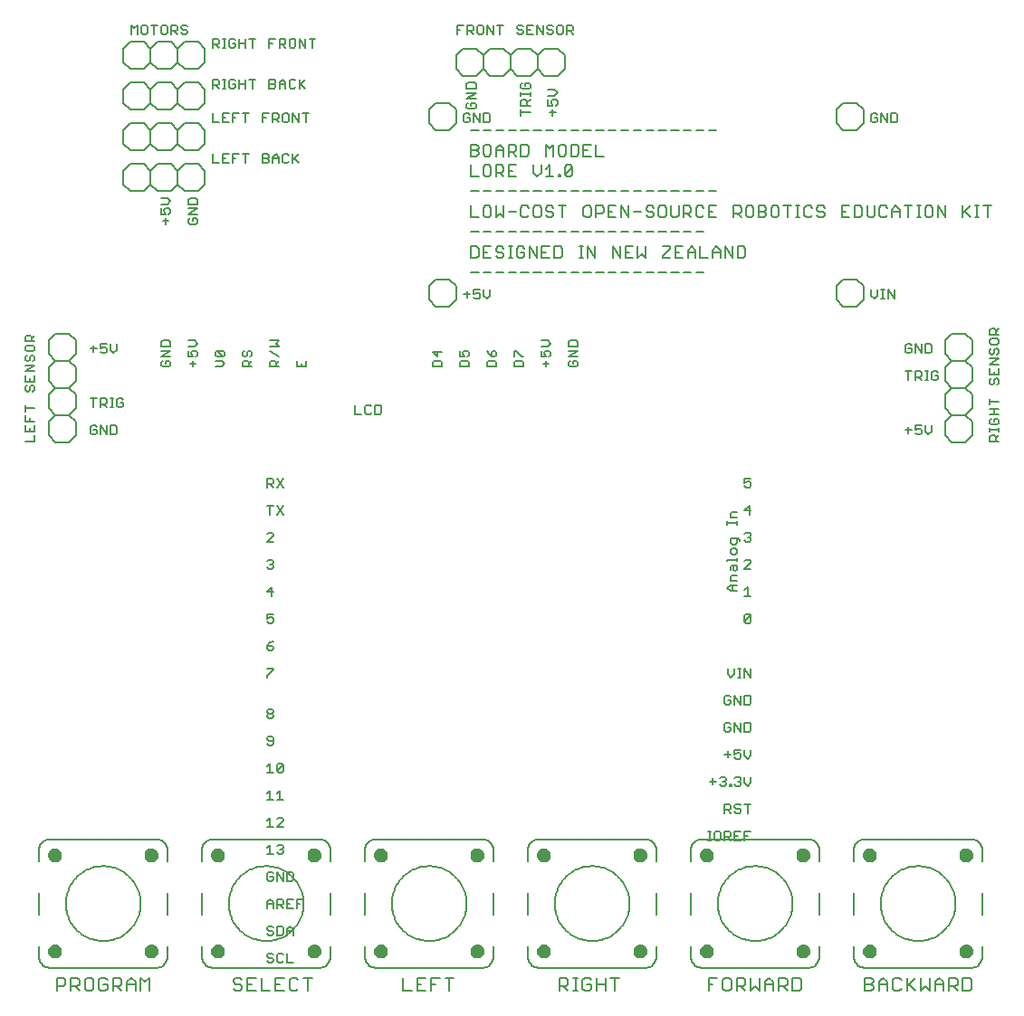
<source format=gto>
G75*
%MOIN*%
%OFA0B0*%
%FSLAX24Y24*%
%IPPOS*%
%LPD*%
%AMOC8*
5,1,8,0,0,1.08239X$1,22.5*
%
%ADD10C,0.0060*%
%ADD11C,0.0080*%
%ADD12C,0.0276*%
D10*
X022846Y018723D02*
X022790Y018780D01*
X022846Y018723D02*
X022960Y018723D01*
X023016Y018780D01*
X023016Y018837D01*
X022960Y018893D01*
X022846Y018893D01*
X022790Y018950D01*
X022790Y019007D01*
X022846Y019064D01*
X022960Y019064D01*
X023016Y019007D01*
X023158Y019007D02*
X023158Y018780D01*
X023215Y018723D01*
X023328Y018723D01*
X023385Y018780D01*
X023526Y018723D02*
X023753Y018723D01*
X023526Y018723D02*
X023526Y019064D01*
X023385Y019007D02*
X023328Y019064D01*
X023215Y019064D01*
X023158Y019007D01*
X023158Y019723D02*
X023328Y019723D01*
X023385Y019780D01*
X023385Y020007D01*
X023328Y020064D01*
X023158Y020064D01*
X023158Y019723D01*
X023016Y019780D02*
X022960Y019723D01*
X022846Y019723D01*
X022790Y019780D01*
X022846Y019893D02*
X022960Y019893D01*
X023016Y019837D01*
X023016Y019780D01*
X022846Y019893D02*
X022790Y019950D01*
X022790Y020007D01*
X022846Y020064D01*
X022960Y020064D01*
X023016Y020007D01*
X023526Y019950D02*
X023526Y019723D01*
X023526Y019893D02*
X023753Y019893D01*
X023753Y019950D02*
X023753Y019723D01*
X023753Y019950D02*
X023640Y020064D01*
X023526Y019950D01*
X023526Y020723D02*
X023753Y020723D01*
X023894Y020723D02*
X023894Y021064D01*
X024121Y021064D01*
X024008Y020893D02*
X023894Y020893D01*
X023753Y021064D02*
X023526Y021064D01*
X023526Y020723D01*
X023385Y020723D02*
X023271Y020837D01*
X023328Y020837D02*
X023158Y020837D01*
X023158Y020723D02*
X023158Y021064D01*
X023328Y021064D01*
X023385Y021007D01*
X023385Y020893D01*
X023328Y020837D01*
X023526Y020893D02*
X023640Y020893D01*
X023016Y020893D02*
X022790Y020893D01*
X022790Y020950D02*
X022903Y021064D01*
X023016Y020950D01*
X023016Y020723D01*
X022790Y020723D02*
X022790Y020950D01*
X022846Y021723D02*
X022960Y021723D01*
X023016Y021780D01*
X023016Y021893D01*
X022903Y021893D01*
X022790Y021780D02*
X022846Y021723D01*
X022790Y021780D02*
X022790Y022007D01*
X022846Y022064D01*
X022960Y022064D01*
X023016Y022007D01*
X023158Y022064D02*
X023385Y021723D01*
X023385Y022064D01*
X023526Y022064D02*
X023696Y022064D01*
X023753Y022007D01*
X023753Y021780D01*
X023696Y021723D01*
X023526Y021723D01*
X023526Y022064D01*
X023158Y022064D02*
X023158Y021723D01*
X023215Y022723D02*
X023158Y022780D01*
X023215Y022723D02*
X023328Y022723D01*
X023385Y022780D01*
X023385Y022837D01*
X023328Y022893D01*
X023271Y022893D01*
X023328Y022893D02*
X023385Y022950D01*
X023385Y023007D01*
X023328Y023064D01*
X023215Y023064D01*
X023158Y023007D01*
X022903Y023064D02*
X022903Y022723D01*
X022790Y022723D02*
X023016Y022723D01*
X022790Y022950D02*
X022903Y023064D01*
X022903Y023723D02*
X022903Y024064D01*
X022790Y023950D01*
X022790Y023723D02*
X023016Y023723D01*
X023158Y023723D02*
X023385Y023950D01*
X023385Y024007D01*
X023328Y024064D01*
X023215Y024064D01*
X023158Y024007D01*
X023158Y023723D02*
X023385Y023723D01*
X023385Y024723D02*
X023158Y024723D01*
X023271Y024723D02*
X023271Y025064D01*
X023158Y024950D01*
X023016Y024723D02*
X022790Y024723D01*
X022903Y024723D02*
X022903Y025064D01*
X022790Y024950D01*
X022790Y025723D02*
X023016Y025723D01*
X022903Y025723D02*
X022903Y026064D01*
X022790Y025950D01*
X023158Y026007D02*
X023158Y025780D01*
X023385Y026007D01*
X023385Y025780D01*
X023328Y025723D01*
X023215Y025723D01*
X023158Y025780D01*
X023158Y026007D02*
X023215Y026064D01*
X023328Y026064D01*
X023385Y026007D01*
X022960Y026723D02*
X023016Y026780D01*
X023016Y027007D01*
X022960Y027064D01*
X022846Y027064D01*
X022790Y027007D01*
X022790Y026950D01*
X022846Y026893D01*
X023016Y026893D01*
X022960Y026723D02*
X022846Y026723D01*
X022790Y026780D01*
X022846Y027723D02*
X022790Y027780D01*
X022790Y027837D01*
X022846Y027893D01*
X022960Y027893D01*
X023016Y027837D01*
X023016Y027780D01*
X022960Y027723D01*
X022846Y027723D01*
X022846Y027893D02*
X022790Y027950D01*
X022790Y028007D01*
X022846Y028064D01*
X022960Y028064D01*
X023016Y028007D01*
X023016Y027950D01*
X022960Y027893D01*
X022790Y029223D02*
X022790Y029280D01*
X023016Y029507D01*
X023016Y029564D01*
X022790Y029564D01*
X022846Y030223D02*
X022960Y030223D01*
X023016Y030280D01*
X023016Y030337D01*
X022960Y030393D01*
X022790Y030393D01*
X022790Y030280D01*
X022846Y030223D01*
X022790Y030393D02*
X022903Y030507D01*
X023016Y030564D01*
X022960Y031223D02*
X022846Y031223D01*
X022790Y031280D01*
X022790Y031393D02*
X022903Y031450D01*
X022960Y031450D01*
X023016Y031393D01*
X023016Y031280D01*
X022960Y031223D01*
X022790Y031393D02*
X022790Y031564D01*
X023016Y031564D01*
X022960Y032223D02*
X022960Y032564D01*
X022790Y032393D01*
X023016Y032393D01*
X022960Y033223D02*
X022846Y033223D01*
X022790Y033280D01*
X022903Y033393D02*
X022960Y033393D01*
X023016Y033337D01*
X023016Y033280D01*
X022960Y033223D01*
X022960Y033393D02*
X023016Y033450D01*
X023016Y033507D01*
X022960Y033564D01*
X022846Y033564D01*
X022790Y033507D01*
X022790Y034223D02*
X023016Y034450D01*
X023016Y034507D01*
X022960Y034564D01*
X022846Y034564D01*
X022790Y034507D01*
X022790Y034223D02*
X023016Y034223D01*
X022903Y035223D02*
X022903Y035564D01*
X022790Y035564D02*
X023016Y035564D01*
X023158Y035564D02*
X023385Y035223D01*
X023158Y035223D02*
X023385Y035564D01*
X023385Y036223D02*
X023158Y036564D01*
X023016Y036507D02*
X023016Y036393D01*
X022960Y036337D01*
X022790Y036337D01*
X022903Y036337D02*
X023016Y036223D01*
X023158Y036223D02*
X023385Y036564D01*
X023016Y036507D02*
X022960Y036564D01*
X022790Y036564D01*
X022790Y036223D01*
X026040Y038923D02*
X026266Y038923D01*
X026408Y038980D02*
X026465Y038923D01*
X026578Y038923D01*
X026635Y038980D01*
X026776Y038923D02*
X026946Y038923D01*
X027003Y038980D01*
X027003Y039207D01*
X026946Y039264D01*
X026776Y039264D01*
X026776Y038923D01*
X026635Y039207D02*
X026578Y039264D01*
X026465Y039264D01*
X026408Y039207D01*
X026408Y038980D01*
X026040Y038923D02*
X026040Y039264D01*
X024230Y040673D02*
X024230Y040900D01*
X024059Y040787D02*
X024059Y040673D01*
X023889Y040673D02*
X024230Y040673D01*
X023889Y040673D02*
X023889Y040900D01*
X023230Y040900D02*
X023116Y040787D01*
X023116Y040843D02*
X023116Y040673D01*
X023230Y040673D02*
X022889Y040673D01*
X022889Y040843D01*
X022946Y040900D01*
X023059Y040900D01*
X023116Y040843D01*
X023230Y041042D02*
X022889Y041268D01*
X022889Y041410D02*
X023230Y041410D01*
X023116Y041523D01*
X023230Y041637D01*
X022889Y041637D01*
X022230Y041212D02*
X022230Y041098D01*
X022173Y041042D01*
X022059Y041098D02*
X022059Y041212D01*
X022116Y041268D01*
X022173Y041268D01*
X022230Y041212D01*
X022059Y041098D02*
X022003Y041042D01*
X021946Y041042D01*
X021889Y041098D01*
X021889Y041212D01*
X021946Y041268D01*
X021946Y040900D02*
X022059Y040900D01*
X022116Y040843D01*
X022116Y040673D01*
X022230Y040673D02*
X021889Y040673D01*
X021889Y040843D01*
X021946Y040900D01*
X022116Y040787D02*
X022230Y040900D01*
X021230Y040787D02*
X021116Y040673D01*
X020889Y040673D01*
X020889Y040900D02*
X021116Y040900D01*
X021230Y040787D01*
X021173Y041042D02*
X020946Y041268D01*
X021173Y041268D01*
X021230Y041212D01*
X021230Y041098D01*
X021173Y041042D01*
X020946Y041042D01*
X020889Y041098D01*
X020889Y041212D01*
X020946Y041268D01*
X020230Y041212D02*
X020230Y041098D01*
X020173Y041042D01*
X020059Y041042D02*
X020003Y041155D01*
X020003Y041212D01*
X020059Y041268D01*
X020173Y041268D01*
X020230Y041212D01*
X020116Y041410D02*
X020230Y041523D01*
X020116Y041637D01*
X019889Y041637D01*
X019889Y041410D02*
X020116Y041410D01*
X019889Y041268D02*
X019889Y041042D01*
X020059Y041042D01*
X020059Y040900D02*
X020059Y040673D01*
X019946Y040787D02*
X020173Y040787D01*
X019230Y040843D02*
X019173Y040900D01*
X019059Y040900D01*
X019059Y040787D01*
X018946Y040900D02*
X018889Y040843D01*
X018889Y040730D01*
X018946Y040673D01*
X019173Y040673D01*
X019230Y040730D01*
X019230Y040843D01*
X019230Y041042D02*
X018889Y041042D01*
X019230Y041268D01*
X018889Y041268D01*
X018889Y041410D02*
X018889Y041580D01*
X018946Y041637D01*
X019173Y041637D01*
X019230Y041580D01*
X019230Y041410D01*
X018889Y041410D01*
X017253Y041514D02*
X017253Y041287D01*
X017140Y041173D01*
X017026Y041287D01*
X017026Y041514D01*
X016885Y041514D02*
X016658Y041514D01*
X016658Y041343D01*
X016771Y041400D01*
X016828Y041400D01*
X016885Y041343D01*
X016885Y041230D01*
X016828Y041173D01*
X016715Y041173D01*
X016658Y041230D01*
X016516Y041343D02*
X016290Y041343D01*
X016403Y041230D02*
X016403Y041457D01*
X015760Y041643D02*
X015760Y041143D01*
X015510Y040893D01*
X015760Y040643D01*
X015760Y040143D01*
X015510Y039893D01*
X015010Y039893D01*
X014760Y040143D01*
X014760Y040643D01*
X015010Y040893D01*
X014760Y041143D01*
X014760Y041643D01*
X015010Y041893D01*
X015510Y041893D01*
X015760Y041643D01*
X015510Y040893D02*
X015010Y040893D01*
X014230Y040927D02*
X014173Y040870D01*
X014230Y040927D02*
X014230Y041040D01*
X014173Y041097D01*
X014116Y041097D01*
X014059Y041040D01*
X014059Y040927D01*
X014003Y040870D01*
X013946Y040870D01*
X013889Y040927D01*
X013889Y041040D01*
X013946Y041097D01*
X013946Y041238D02*
X014173Y041238D01*
X014230Y041295D01*
X014230Y041408D01*
X014173Y041465D01*
X013946Y041465D01*
X013889Y041408D01*
X013889Y041295D01*
X013946Y041238D01*
X013889Y041606D02*
X013889Y041777D01*
X013946Y041833D01*
X014059Y041833D01*
X014116Y041777D01*
X014116Y041606D01*
X014230Y041606D02*
X013889Y041606D01*
X014116Y041720D02*
X014230Y041833D01*
X014230Y040728D02*
X013889Y040728D01*
X013889Y040502D02*
X014230Y040728D01*
X014230Y040502D02*
X013889Y040502D01*
X013889Y040360D02*
X013889Y040133D01*
X014230Y040133D01*
X014230Y040360D01*
X014059Y040247D02*
X014059Y040133D01*
X014116Y039992D02*
X014173Y039992D01*
X014230Y039935D01*
X014230Y039822D01*
X014173Y039765D01*
X014059Y039822D02*
X014059Y039935D01*
X014116Y039992D01*
X013946Y039992D02*
X013889Y039935D01*
X013889Y039822D01*
X013946Y039765D01*
X014003Y039765D01*
X014059Y039822D01*
X013889Y039255D02*
X013889Y039028D01*
X013889Y039142D02*
X014230Y039142D01*
X014059Y038773D02*
X014059Y038660D01*
X013889Y038660D02*
X013889Y038887D01*
X013889Y038660D02*
X014230Y038660D01*
X014230Y038518D02*
X014230Y038292D01*
X013889Y038292D01*
X013889Y038518D01*
X014059Y038405D02*
X014059Y038292D01*
X014230Y038150D02*
X014230Y037923D01*
X013889Y037923D01*
X014760Y038143D02*
X014760Y038643D01*
X015010Y038893D01*
X014760Y039143D01*
X014760Y039643D01*
X015010Y039893D01*
X015510Y039893D02*
X015760Y039643D01*
X015760Y039143D01*
X015510Y038893D01*
X015760Y038643D01*
X015760Y038143D01*
X015510Y037893D01*
X015010Y037893D01*
X014760Y038143D01*
X015010Y038893D02*
X015510Y038893D01*
X016290Y038457D02*
X016290Y038230D01*
X016346Y038173D01*
X016460Y038173D01*
X016516Y038230D01*
X016516Y038343D01*
X016403Y038343D01*
X016516Y038457D02*
X016460Y038514D01*
X016346Y038514D01*
X016290Y038457D01*
X016658Y038514D02*
X016885Y038173D01*
X016885Y038514D01*
X017026Y038514D02*
X017196Y038514D01*
X017253Y038457D01*
X017253Y038230D01*
X017196Y038173D01*
X017026Y038173D01*
X017026Y038514D01*
X016658Y038514D02*
X016658Y038173D01*
X016658Y039173D02*
X016658Y039514D01*
X016828Y039514D01*
X016885Y039457D01*
X016885Y039343D01*
X016828Y039287D01*
X016658Y039287D01*
X016771Y039287D02*
X016885Y039173D01*
X017026Y039173D02*
X017140Y039173D01*
X017083Y039173D02*
X017083Y039514D01*
X017026Y039514D02*
X017140Y039514D01*
X017272Y039457D02*
X017272Y039230D01*
X017328Y039173D01*
X017442Y039173D01*
X017499Y039230D01*
X017499Y039343D01*
X017385Y039343D01*
X017272Y039457D02*
X017328Y039514D01*
X017442Y039514D01*
X017499Y039457D01*
X016516Y039514D02*
X016290Y039514D01*
X016403Y039514D02*
X016403Y039173D01*
X019059Y045923D02*
X019059Y046150D01*
X019059Y046292D02*
X019003Y046405D01*
X019003Y046462D01*
X019059Y046518D01*
X019173Y046518D01*
X019230Y046462D01*
X019230Y046348D01*
X019173Y046292D01*
X019059Y046292D02*
X018889Y046292D01*
X018889Y046518D01*
X018889Y046660D02*
X019116Y046660D01*
X019230Y046773D01*
X019116Y046887D01*
X018889Y046887D01*
X018760Y047143D02*
X018510Y047393D01*
X018260Y047143D01*
X017760Y047143D01*
X017510Y047393D01*
X017510Y047893D01*
X017760Y048143D01*
X018260Y048143D01*
X018510Y047893D01*
X018760Y048143D01*
X019260Y048143D01*
X019510Y047893D01*
X019760Y048143D01*
X020260Y048143D01*
X020510Y047893D01*
X020510Y047393D01*
X020260Y047143D01*
X019760Y047143D01*
X019510Y047393D01*
X019260Y047143D01*
X018760Y047143D01*
X018510Y047393D02*
X018510Y047893D01*
X018760Y048643D02*
X018510Y048893D01*
X018260Y048643D01*
X017760Y048643D01*
X017510Y048893D01*
X017510Y049393D01*
X017760Y049643D01*
X018260Y049643D01*
X018510Y049393D01*
X018760Y049643D01*
X019260Y049643D01*
X019510Y049393D01*
X019760Y049643D01*
X020260Y049643D01*
X020510Y049393D01*
X020510Y048893D01*
X020260Y048643D01*
X019760Y048643D01*
X019510Y048893D01*
X019260Y048643D01*
X018760Y048643D01*
X018510Y048893D02*
X018510Y049393D01*
X018760Y050143D02*
X018510Y050393D01*
X018260Y050143D01*
X017760Y050143D01*
X017510Y050393D01*
X017510Y050893D01*
X017760Y051143D01*
X018260Y051143D01*
X018510Y050893D01*
X018760Y051143D01*
X019260Y051143D01*
X019510Y050893D01*
X019760Y051143D01*
X020260Y051143D01*
X020510Y050893D01*
X020510Y050393D01*
X020260Y050143D01*
X019760Y050143D01*
X019510Y050393D01*
X019260Y050143D01*
X018760Y050143D01*
X018510Y050393D02*
X018510Y050893D01*
X018760Y051643D02*
X018510Y051893D01*
X018260Y051643D01*
X017760Y051643D01*
X017510Y051893D01*
X017510Y052393D01*
X017760Y052643D01*
X018260Y052643D01*
X018510Y052393D01*
X018760Y052643D01*
X019260Y052643D01*
X019510Y052393D01*
X019760Y052643D01*
X020260Y052643D01*
X020510Y052393D01*
X020510Y051893D01*
X020260Y051643D01*
X019760Y051643D01*
X019510Y051893D01*
X019260Y051643D01*
X018760Y051643D01*
X018510Y051893D02*
X018510Y052393D01*
X018640Y052923D02*
X018640Y053264D01*
X018753Y053264D02*
X018526Y053264D01*
X018385Y053207D02*
X018385Y052980D01*
X018328Y052923D01*
X018215Y052923D01*
X018158Y052980D01*
X018158Y053207D01*
X018215Y053264D01*
X018328Y053264D01*
X018385Y053207D01*
X018016Y053264D02*
X018016Y052923D01*
X017790Y052923D02*
X017790Y053264D01*
X017903Y053150D01*
X018016Y053264D01*
X018894Y053207D02*
X018894Y052980D01*
X018951Y052923D01*
X019065Y052923D01*
X019121Y052980D01*
X019121Y053207D01*
X019065Y053264D01*
X018951Y053264D01*
X018894Y053207D01*
X019263Y053264D02*
X019263Y052923D01*
X019263Y053037D02*
X019433Y053037D01*
X019490Y053093D01*
X019490Y053207D01*
X019433Y053264D01*
X019263Y053264D01*
X019376Y053037D02*
X019490Y052923D01*
X019631Y052980D02*
X019688Y052923D01*
X019801Y052923D01*
X019858Y052980D01*
X019858Y053037D01*
X019801Y053093D01*
X019688Y053093D01*
X019631Y053150D01*
X019631Y053207D01*
X019688Y053264D01*
X019801Y053264D01*
X019858Y053207D01*
X019510Y052393D02*
X019510Y051893D01*
X019510Y050893D02*
X019510Y050393D01*
X019510Y049393D02*
X019510Y048893D01*
X019510Y047893D02*
X019510Y047393D01*
X019946Y046887D02*
X019889Y046830D01*
X019889Y046660D01*
X020230Y046660D01*
X020230Y046830D01*
X020173Y046887D01*
X019946Y046887D01*
X019889Y046518D02*
X020230Y046518D01*
X019889Y046292D01*
X020230Y046292D01*
X020173Y046150D02*
X020059Y046150D01*
X020059Y046037D01*
X019946Y046150D02*
X019889Y046093D01*
X019889Y045980D01*
X019946Y045923D01*
X020173Y045923D01*
X020230Y045980D01*
X020230Y046093D01*
X020173Y046150D01*
X019173Y046037D02*
X018946Y046037D01*
X020790Y048173D02*
X021016Y048173D01*
X021158Y048173D02*
X021385Y048173D01*
X021526Y048173D02*
X021526Y048514D01*
X021753Y048514D01*
X021894Y048514D02*
X022121Y048514D01*
X022008Y048514D02*
X022008Y048173D01*
X021640Y048343D02*
X021526Y048343D01*
X021385Y048514D02*
X021158Y048514D01*
X021158Y048173D01*
X021158Y048343D02*
X021271Y048343D01*
X020790Y048514D02*
X020790Y048173D01*
X020790Y049673D02*
X021016Y049673D01*
X021158Y049673D02*
X021385Y049673D01*
X021526Y049673D02*
X021526Y050014D01*
X021753Y050014D01*
X021894Y050014D02*
X022121Y050014D01*
X022008Y050014D02*
X022008Y049673D01*
X021640Y049843D02*
X021526Y049843D01*
X021385Y050014D02*
X021158Y050014D01*
X021158Y049673D01*
X021158Y049843D02*
X021271Y049843D01*
X020790Y050014D02*
X020790Y049673D01*
X020790Y050923D02*
X020790Y051264D01*
X020960Y051264D01*
X021016Y051207D01*
X021016Y051093D01*
X020960Y051037D01*
X020790Y051037D01*
X020903Y051037D02*
X021016Y050923D01*
X021158Y050923D02*
X021271Y050923D01*
X021215Y050923D02*
X021215Y051264D01*
X021271Y051264D02*
X021158Y051264D01*
X021403Y051207D02*
X021403Y050980D01*
X021460Y050923D01*
X021574Y050923D01*
X021630Y050980D01*
X021630Y051093D01*
X021517Y051093D01*
X021630Y051207D02*
X021574Y051264D01*
X021460Y051264D01*
X021403Y051207D01*
X021772Y051264D02*
X021772Y050923D01*
X021772Y051093D02*
X021999Y051093D01*
X021999Y050923D02*
X021999Y051264D01*
X022140Y051264D02*
X022367Y051264D01*
X022253Y051264D02*
X022253Y050923D01*
X022877Y050923D02*
X022877Y051264D01*
X023047Y051264D01*
X023103Y051207D01*
X023103Y051150D01*
X023047Y051093D01*
X022877Y051093D01*
X022877Y050923D02*
X023047Y050923D01*
X023103Y050980D01*
X023103Y051037D01*
X023047Y051093D01*
X023245Y051093D02*
X023472Y051093D01*
X023472Y051150D02*
X023472Y050923D01*
X023613Y050980D02*
X023670Y050923D01*
X023783Y050923D01*
X023840Y050980D01*
X023982Y050923D02*
X023982Y051264D01*
X023840Y051207D02*
X023783Y051264D01*
X023670Y051264D01*
X023613Y051207D01*
X023613Y050980D01*
X023472Y051150D02*
X023358Y051264D01*
X023245Y051150D01*
X023245Y050923D01*
X023982Y051037D02*
X024208Y051264D01*
X024038Y051093D02*
X024208Y050923D01*
X024218Y050014D02*
X024218Y049673D01*
X023963Y049673D02*
X023963Y050014D01*
X024104Y050014D02*
X024331Y050014D01*
X023963Y049673D02*
X023736Y050014D01*
X023736Y049673D01*
X023595Y049730D02*
X023595Y049957D01*
X023538Y050014D01*
X023424Y050014D01*
X023368Y049957D01*
X023368Y049730D01*
X023424Y049673D01*
X023538Y049673D01*
X023595Y049730D01*
X023226Y049673D02*
X023113Y049787D01*
X023170Y049787D02*
X022999Y049787D01*
X022999Y049673D02*
X022999Y050014D01*
X023170Y050014D01*
X023226Y049957D01*
X023226Y049843D01*
X023170Y049787D01*
X022858Y050014D02*
X022631Y050014D01*
X022631Y049673D01*
X022631Y049843D02*
X022745Y049843D01*
X022801Y048514D02*
X022858Y048457D01*
X022858Y048400D01*
X022801Y048343D01*
X022631Y048343D01*
X022631Y048173D02*
X022801Y048173D01*
X022858Y048230D01*
X022858Y048287D01*
X022801Y048343D01*
X022801Y048514D02*
X022631Y048514D01*
X022631Y048173D01*
X022999Y048173D02*
X022999Y048400D01*
X023113Y048514D01*
X023226Y048400D01*
X023226Y048173D01*
X023368Y048230D02*
X023424Y048173D01*
X023538Y048173D01*
X023595Y048230D01*
X023736Y048173D02*
X023736Y048514D01*
X023595Y048457D02*
X023538Y048514D01*
X023424Y048514D01*
X023368Y048457D01*
X023368Y048230D01*
X023226Y048343D02*
X022999Y048343D01*
X023736Y048287D02*
X023963Y048514D01*
X023793Y048343D02*
X023963Y048173D01*
X023982Y052423D02*
X023982Y052764D01*
X024208Y052423D01*
X024208Y052764D01*
X024350Y052764D02*
X024577Y052764D01*
X024463Y052764D02*
X024463Y052423D01*
X023840Y052480D02*
X023840Y052707D01*
X023783Y052764D01*
X023670Y052764D01*
X023613Y052707D01*
X023613Y052480D01*
X023670Y052423D01*
X023783Y052423D01*
X023840Y052480D01*
X023472Y052423D02*
X023358Y052537D01*
X023415Y052537D02*
X023245Y052537D01*
X023245Y052423D02*
X023245Y052764D01*
X023415Y052764D01*
X023472Y052707D01*
X023472Y052593D01*
X023415Y052537D01*
X023103Y052764D02*
X022877Y052764D01*
X022877Y052423D01*
X022877Y052593D02*
X022990Y052593D01*
X022367Y052764D02*
X022140Y052764D01*
X022253Y052764D02*
X022253Y052423D01*
X021999Y052423D02*
X021999Y052764D01*
X021999Y052593D02*
X021772Y052593D01*
X021630Y052593D02*
X021517Y052593D01*
X021630Y052593D02*
X021630Y052480D01*
X021574Y052423D01*
X021460Y052423D01*
X021403Y052480D01*
X021403Y052707D01*
X021460Y052764D01*
X021574Y052764D01*
X021630Y052707D01*
X021772Y052764D02*
X021772Y052423D01*
X021271Y052423D02*
X021158Y052423D01*
X021215Y052423D02*
X021215Y052764D01*
X021271Y052764D02*
X021158Y052764D01*
X021016Y052707D02*
X021016Y052593D01*
X020960Y052537D01*
X020790Y052537D01*
X020903Y052537D02*
X021016Y052423D01*
X020790Y052423D02*
X020790Y052764D01*
X020960Y052764D01*
X021016Y052707D01*
X028760Y050143D02*
X028760Y049643D01*
X029010Y049393D01*
X029510Y049393D01*
X029760Y049643D01*
X029760Y050143D01*
X029510Y050393D01*
X029010Y050393D01*
X028760Y050143D01*
X030010Y051393D02*
X029760Y051643D01*
X029760Y052143D01*
X030010Y052393D01*
X030510Y052393D01*
X030760Y052143D01*
X031010Y052393D01*
X031510Y052393D01*
X031760Y052143D01*
X032010Y052393D01*
X032510Y052393D01*
X032760Y052143D01*
X033010Y052393D01*
X033510Y052393D01*
X033760Y052143D01*
X033760Y051643D01*
X033510Y051393D01*
X033010Y051393D01*
X032760Y051643D01*
X032510Y051393D01*
X032010Y051393D01*
X031760Y051643D01*
X031760Y052143D01*
X031760Y051643D02*
X031510Y051393D01*
X031010Y051393D01*
X030760Y051643D01*
X030510Y051393D01*
X030010Y051393D01*
X030196Y051137D02*
X030139Y051080D01*
X030139Y050910D01*
X030480Y050910D01*
X030480Y051080D01*
X030423Y051137D01*
X030196Y051137D01*
X030139Y050768D02*
X030480Y050768D01*
X030139Y050542D01*
X030480Y050542D01*
X030423Y050400D02*
X030309Y050400D01*
X030309Y050287D01*
X030196Y050400D02*
X030139Y050343D01*
X030139Y050230D01*
X030196Y050173D01*
X030423Y050173D01*
X030480Y050230D01*
X030480Y050343D01*
X030423Y050400D01*
X030408Y050014D02*
X030635Y049673D01*
X030635Y050014D01*
X030776Y050014D02*
X030946Y050014D01*
X031003Y049957D01*
X031003Y049730D01*
X030946Y049673D01*
X030776Y049673D01*
X030776Y050014D01*
X030408Y050014D02*
X030408Y049673D01*
X030266Y049730D02*
X030266Y049843D01*
X030153Y049843D01*
X030266Y049730D02*
X030210Y049673D01*
X030096Y049673D01*
X030040Y049730D01*
X030040Y049957D01*
X030096Y050014D01*
X030210Y050014D01*
X030266Y049957D01*
X030760Y051643D02*
X030760Y052143D01*
X030696Y052923D02*
X030753Y052980D01*
X030753Y053207D01*
X030696Y053264D01*
X030583Y053264D01*
X030526Y053207D01*
X030526Y052980D01*
X030583Y052923D01*
X030696Y052923D01*
X030894Y052923D02*
X030894Y053264D01*
X031121Y052923D01*
X031121Y053264D01*
X031263Y053264D02*
X031490Y053264D01*
X031376Y053264D02*
X031376Y052923D01*
X031999Y052980D02*
X032056Y052923D01*
X032170Y052923D01*
X032226Y052980D01*
X032226Y053037D01*
X032170Y053093D01*
X032056Y053093D01*
X031999Y053150D01*
X031999Y053207D01*
X032056Y053264D01*
X032170Y053264D01*
X032226Y053207D01*
X032368Y053264D02*
X032368Y052923D01*
X032595Y052923D01*
X032736Y052923D02*
X032736Y053264D01*
X032963Y052923D01*
X032963Y053264D01*
X033104Y053207D02*
X033104Y053150D01*
X033161Y053093D01*
X033274Y053093D01*
X033331Y053037D01*
X033331Y052980D01*
X033274Y052923D01*
X033161Y052923D01*
X033104Y052980D01*
X033104Y053207D02*
X033161Y053264D01*
X033274Y053264D01*
X033331Y053207D01*
X033473Y053207D02*
X033473Y052980D01*
X033529Y052923D01*
X033643Y052923D01*
X033700Y052980D01*
X033700Y053207D01*
X033643Y053264D01*
X033529Y053264D01*
X033473Y053207D01*
X033841Y053264D02*
X034011Y053264D01*
X034068Y053207D01*
X034068Y053093D01*
X034011Y053037D01*
X033841Y053037D01*
X033954Y053037D02*
X034068Y052923D01*
X033841Y052923D02*
X033841Y053264D01*
X032595Y053264D02*
X032368Y053264D01*
X032368Y053093D02*
X032481Y053093D01*
X032760Y052143D02*
X032760Y051643D01*
X032423Y051132D02*
X032309Y051132D01*
X032309Y051019D01*
X032196Y051132D02*
X032139Y051076D01*
X032139Y050962D01*
X032196Y050905D01*
X032423Y050905D01*
X032480Y050962D01*
X032480Y051076D01*
X032423Y051132D01*
X032480Y050773D02*
X032480Y050660D01*
X032480Y050717D02*
X032139Y050717D01*
X032139Y050773D02*
X032139Y050660D01*
X032196Y050518D02*
X032309Y050518D01*
X032366Y050462D01*
X032366Y050292D01*
X032366Y050405D02*
X032480Y050518D01*
X032480Y050292D02*
X032139Y050292D01*
X032139Y050462D01*
X032196Y050518D01*
X032139Y050150D02*
X032139Y049923D01*
X032139Y050037D02*
X032480Y050037D01*
X033139Y050292D02*
X033309Y050292D01*
X033253Y050405D01*
X033253Y050462D01*
X033309Y050518D01*
X033423Y050518D01*
X033480Y050462D01*
X033480Y050348D01*
X033423Y050292D01*
X033309Y050150D02*
X033309Y049923D01*
X033196Y050037D02*
X033423Y050037D01*
X033139Y050292D02*
X033139Y050518D01*
X033139Y050660D02*
X033366Y050660D01*
X033480Y050773D01*
X033366Y050887D01*
X033139Y050887D01*
X030385Y052923D02*
X030271Y053037D01*
X030328Y053037D02*
X030158Y053037D01*
X030158Y052923D02*
X030158Y053264D01*
X030328Y053264D01*
X030385Y053207D01*
X030385Y053093D01*
X030328Y053037D01*
X030016Y053264D02*
X029790Y053264D01*
X029790Y052923D01*
X029790Y053093D02*
X029903Y053093D01*
X029510Y043893D02*
X029010Y043893D01*
X028760Y043643D01*
X028760Y043143D01*
X029010Y042893D01*
X029510Y042893D01*
X029760Y043143D01*
X029760Y043643D01*
X029510Y043893D01*
X030040Y043343D02*
X030266Y043343D01*
X030408Y043343D02*
X030521Y043400D01*
X030578Y043400D01*
X030635Y043343D01*
X030635Y043230D01*
X030578Y043173D01*
X030465Y043173D01*
X030408Y043230D01*
X030408Y043343D02*
X030408Y043514D01*
X030635Y043514D01*
X030776Y043514D02*
X030776Y043287D01*
X030890Y043173D01*
X031003Y043287D01*
X031003Y043514D01*
X030153Y043457D02*
X030153Y043230D01*
X030173Y041268D02*
X030230Y041212D01*
X030230Y041098D01*
X030173Y041042D01*
X030059Y041042D02*
X030003Y041155D01*
X030003Y041212D01*
X030059Y041268D01*
X030173Y041268D01*
X030059Y041042D02*
X029889Y041042D01*
X029889Y041268D01*
X029946Y040900D02*
X029889Y040843D01*
X029889Y040673D01*
X030230Y040673D01*
X030230Y040843D01*
X030173Y040900D01*
X029946Y040900D01*
X029230Y040843D02*
X029230Y040673D01*
X028889Y040673D01*
X028889Y040843D01*
X028946Y040900D01*
X029173Y040900D01*
X029230Y040843D01*
X029059Y041042D02*
X029059Y041268D01*
X028889Y041212D02*
X029059Y041042D01*
X028889Y041212D02*
X029230Y041212D01*
X030889Y041268D02*
X030946Y041155D01*
X031059Y041042D01*
X031059Y041212D01*
X031116Y041268D01*
X031173Y041268D01*
X031230Y041212D01*
X031230Y041098D01*
X031173Y041042D01*
X031059Y041042D01*
X030946Y040900D02*
X030889Y040843D01*
X030889Y040673D01*
X031230Y040673D01*
X031230Y040843D01*
X031173Y040900D01*
X030946Y040900D01*
X031889Y040843D02*
X031889Y040673D01*
X032230Y040673D01*
X032230Y040843D01*
X032173Y040900D01*
X031946Y040900D01*
X031889Y040843D01*
X031889Y041042D02*
X031889Y041268D01*
X031946Y041268D01*
X032173Y041042D01*
X032230Y041042D01*
X032889Y041042D02*
X033059Y041042D01*
X033003Y041155D01*
X033003Y041212D01*
X033059Y041268D01*
X033173Y041268D01*
X033230Y041212D01*
X033230Y041098D01*
X033173Y041042D01*
X033059Y040900D02*
X033059Y040673D01*
X032946Y040787D02*
X033173Y040787D01*
X032889Y041042D02*
X032889Y041268D01*
X032889Y041410D02*
X033116Y041410D01*
X033230Y041523D01*
X033116Y041637D01*
X032889Y041637D01*
X033889Y041580D02*
X033889Y041410D01*
X034230Y041410D01*
X034230Y041580D01*
X034173Y041637D01*
X033946Y041637D01*
X033889Y041580D01*
X033889Y041268D02*
X034230Y041268D01*
X033889Y041042D01*
X034230Y041042D01*
X034173Y040900D02*
X034059Y040900D01*
X034059Y040787D01*
X033946Y040900D02*
X033889Y040843D01*
X033889Y040730D01*
X033946Y040673D01*
X034173Y040673D01*
X034230Y040730D01*
X034230Y040843D01*
X034173Y040900D01*
X039858Y035275D02*
X039858Y035105D01*
X040085Y035105D01*
X040085Y034973D02*
X040085Y034859D01*
X040085Y034916D02*
X039744Y034916D01*
X039744Y034859D02*
X039744Y034973D01*
X039858Y035275D02*
X039914Y035332D01*
X040085Y035332D01*
X040376Y035393D02*
X040603Y035393D01*
X040546Y035223D02*
X040546Y035564D01*
X040376Y035393D01*
X040433Y034564D02*
X040546Y034564D01*
X040603Y034507D01*
X040603Y034450D01*
X040546Y034393D01*
X040603Y034337D01*
X040603Y034280D01*
X040546Y034223D01*
X040433Y034223D01*
X040376Y034280D01*
X040490Y034393D02*
X040546Y034393D01*
X040376Y034507D02*
X040433Y034564D01*
X040198Y034293D02*
X040141Y034350D01*
X039858Y034350D01*
X039858Y034180D01*
X039914Y034123D01*
X040028Y034123D01*
X040085Y034180D01*
X040085Y034350D01*
X040198Y034293D02*
X040198Y034236D01*
X040028Y033981D02*
X039914Y033981D01*
X039858Y033925D01*
X039858Y033811D01*
X039914Y033755D01*
X040028Y033755D01*
X040085Y033811D01*
X040085Y033925D01*
X040028Y033981D01*
X040085Y033622D02*
X040085Y033509D01*
X040085Y033566D02*
X039744Y033566D01*
X039744Y033509D01*
X039914Y033368D02*
X040085Y033368D01*
X040085Y033197D01*
X040028Y033141D01*
X039971Y033197D01*
X039971Y033368D01*
X039914Y033368D02*
X039858Y033311D01*
X039858Y033197D01*
X039914Y032999D02*
X040085Y032999D01*
X039914Y032999D02*
X039858Y032942D01*
X039858Y032772D01*
X040085Y032772D01*
X040085Y032631D02*
X039858Y032631D01*
X039744Y032517D01*
X039858Y032404D01*
X040085Y032404D01*
X039914Y032404D02*
X039914Y032631D01*
X040376Y032450D02*
X040490Y032564D01*
X040490Y032223D01*
X040603Y032223D02*
X040376Y032223D01*
X040433Y031564D02*
X040546Y031564D01*
X040603Y031507D01*
X040376Y031280D01*
X040433Y031223D01*
X040546Y031223D01*
X040603Y031280D01*
X040603Y031507D01*
X040433Y031564D02*
X040376Y031507D01*
X040376Y031280D01*
X040376Y029564D02*
X040603Y029223D01*
X040603Y029564D01*
X040376Y029564D02*
X040376Y029223D01*
X040244Y029223D02*
X040131Y029223D01*
X040187Y029223D02*
X040187Y029564D01*
X040131Y029564D02*
X040244Y029564D01*
X039989Y029564D02*
X039989Y029337D01*
X039876Y029223D01*
X039762Y029337D01*
X039762Y029564D01*
X039810Y028564D02*
X039696Y028564D01*
X039640Y028507D01*
X039640Y028280D01*
X039696Y028223D01*
X039810Y028223D01*
X039866Y028280D01*
X039866Y028393D01*
X039753Y028393D01*
X039866Y028507D02*
X039810Y028564D01*
X040008Y028564D02*
X040235Y028223D01*
X040235Y028564D01*
X040376Y028564D02*
X040376Y028223D01*
X040546Y028223D01*
X040603Y028280D01*
X040603Y028507D01*
X040546Y028564D01*
X040376Y028564D01*
X040008Y028564D02*
X040008Y028223D01*
X040008Y027564D02*
X040235Y027223D01*
X040235Y027564D01*
X040376Y027564D02*
X040546Y027564D01*
X040603Y027507D01*
X040603Y027280D01*
X040546Y027223D01*
X040376Y027223D01*
X040376Y027564D01*
X040008Y027564D02*
X040008Y027223D01*
X039866Y027280D02*
X039866Y027393D01*
X039753Y027393D01*
X039640Y027280D02*
X039696Y027223D01*
X039810Y027223D01*
X039866Y027280D01*
X039640Y027280D02*
X039640Y027507D01*
X039696Y027564D01*
X039810Y027564D01*
X039866Y027507D01*
X040008Y026564D02*
X040008Y026393D01*
X040121Y026450D01*
X040178Y026450D01*
X040235Y026393D01*
X040235Y026280D01*
X040178Y026223D01*
X040065Y026223D01*
X040008Y026280D01*
X039866Y026393D02*
X039640Y026393D01*
X039753Y026280D02*
X039753Y026507D01*
X040008Y026564D02*
X040235Y026564D01*
X040376Y026564D02*
X040376Y026337D01*
X040490Y026223D01*
X040603Y026337D01*
X040603Y026564D01*
X040603Y025564D02*
X040603Y025337D01*
X040490Y025223D01*
X040376Y025337D01*
X040376Y025564D01*
X040235Y025507D02*
X040235Y025450D01*
X040178Y025393D01*
X040235Y025337D01*
X040235Y025280D01*
X040178Y025223D01*
X040065Y025223D01*
X040008Y025280D01*
X039880Y025280D02*
X039880Y025223D01*
X039824Y025223D01*
X039824Y025280D01*
X039880Y025280D01*
X039682Y025280D02*
X039626Y025223D01*
X039512Y025223D01*
X039455Y025280D01*
X039569Y025393D02*
X039626Y025393D01*
X039682Y025337D01*
X039682Y025280D01*
X039626Y025393D02*
X039682Y025450D01*
X039682Y025507D01*
X039626Y025564D01*
X039512Y025564D01*
X039455Y025507D01*
X039314Y025393D02*
X039087Y025393D01*
X039201Y025280D02*
X039201Y025507D01*
X040008Y025507D02*
X040065Y025564D01*
X040178Y025564D01*
X040235Y025507D01*
X040178Y025393D02*
X040121Y025393D01*
X040065Y024564D02*
X040008Y024507D01*
X040008Y024450D01*
X040065Y024393D01*
X040178Y024393D01*
X040235Y024337D01*
X040235Y024280D01*
X040178Y024223D01*
X040065Y024223D01*
X040008Y024280D01*
X039866Y024223D02*
X039753Y024337D01*
X039810Y024337D02*
X039640Y024337D01*
X039640Y024223D02*
X039640Y024564D01*
X039810Y024564D01*
X039866Y024507D01*
X039866Y024393D01*
X039810Y024337D01*
X040065Y024564D02*
X040178Y024564D01*
X040235Y024507D01*
X040376Y024564D02*
X040603Y024564D01*
X040490Y024564D02*
X040490Y024223D01*
X040376Y023564D02*
X040603Y023564D01*
X040490Y023393D02*
X040376Y023393D01*
X040376Y023223D02*
X040376Y023564D01*
X040235Y023564D02*
X040008Y023564D01*
X040008Y023223D01*
X040235Y023223D01*
X040121Y023393D02*
X040008Y023393D01*
X039866Y023393D02*
X039810Y023337D01*
X039640Y023337D01*
X039753Y023337D02*
X039866Y023223D01*
X039866Y023393D02*
X039866Y023507D01*
X039810Y023564D01*
X039640Y023564D01*
X039640Y023223D01*
X039498Y023280D02*
X039498Y023507D01*
X039441Y023564D01*
X039328Y023564D01*
X039271Y023507D01*
X039271Y023280D01*
X039328Y023223D01*
X039441Y023223D01*
X039498Y023280D01*
X039139Y023223D02*
X039026Y023223D01*
X039082Y023223D02*
X039082Y023564D01*
X039026Y023564D02*
X039139Y023564D01*
X040376Y033223D02*
X040603Y033450D01*
X040603Y033507D01*
X040546Y033564D01*
X040433Y033564D01*
X040376Y033507D01*
X040376Y033223D02*
X040603Y033223D01*
X040546Y036223D02*
X040433Y036223D01*
X040376Y036280D01*
X040376Y036393D02*
X040490Y036450D01*
X040546Y036450D01*
X040603Y036393D01*
X040603Y036280D01*
X040546Y036223D01*
X040376Y036393D02*
X040376Y036564D01*
X040603Y036564D01*
X046290Y038343D02*
X046516Y038343D01*
X046658Y038343D02*
X046771Y038400D01*
X046828Y038400D01*
X046885Y038343D01*
X046885Y038230D01*
X046828Y038173D01*
X046715Y038173D01*
X046658Y038230D01*
X046658Y038343D02*
X046658Y038514D01*
X046885Y038514D01*
X047026Y038514D02*
X047026Y038287D01*
X047140Y038173D01*
X047253Y038287D01*
X047253Y038514D01*
X047760Y038643D02*
X047760Y038143D01*
X048010Y037893D01*
X048510Y037893D01*
X048760Y038143D01*
X048760Y038643D01*
X048510Y038893D01*
X048760Y039143D01*
X048760Y039643D01*
X048510Y039893D01*
X048010Y039893D01*
X047760Y039643D01*
X047760Y039143D01*
X048010Y038893D01*
X048510Y038893D01*
X048010Y038893D02*
X047760Y038643D01*
X048010Y039893D02*
X047760Y040143D01*
X047760Y040643D01*
X048010Y040893D01*
X047760Y041143D01*
X047760Y041643D01*
X048010Y041893D01*
X048510Y041893D01*
X048760Y041643D01*
X048760Y041143D01*
X048510Y040893D01*
X048760Y040643D01*
X048760Y040143D01*
X048510Y039893D01*
X049389Y040067D02*
X049389Y040181D01*
X049446Y040237D01*
X049559Y040181D02*
X049616Y040237D01*
X049673Y040237D01*
X049730Y040181D01*
X049730Y040067D01*
X049673Y040010D01*
X049559Y040067D02*
X049559Y040181D01*
X049559Y040067D02*
X049503Y040010D01*
X049446Y040010D01*
X049389Y040067D01*
X049389Y040379D02*
X049730Y040379D01*
X049730Y040606D01*
X049730Y040747D02*
X049389Y040747D01*
X049730Y040974D01*
X049389Y040974D01*
X049446Y041115D02*
X049503Y041115D01*
X049559Y041172D01*
X049559Y041286D01*
X049616Y041342D01*
X049673Y041342D01*
X049730Y041286D01*
X049730Y041172D01*
X049673Y041115D01*
X049446Y041115D02*
X049389Y041172D01*
X049389Y041286D01*
X049446Y041342D01*
X049446Y041484D02*
X049673Y041484D01*
X049730Y041540D01*
X049730Y041654D01*
X049673Y041711D01*
X049446Y041711D01*
X049389Y041654D01*
X049389Y041540D01*
X049446Y041484D01*
X049389Y041852D02*
X049389Y042022D01*
X049446Y042079D01*
X049559Y042079D01*
X049616Y042022D01*
X049616Y041852D01*
X049616Y041965D02*
X049730Y042079D01*
X049730Y041852D02*
X049389Y041852D01*
X048510Y040893D02*
X048010Y040893D01*
X047499Y040457D02*
X047442Y040514D01*
X047328Y040514D01*
X047272Y040457D01*
X047272Y040230D01*
X047328Y040173D01*
X047442Y040173D01*
X047499Y040230D01*
X047499Y040343D01*
X047385Y040343D01*
X047140Y040173D02*
X047026Y040173D01*
X047083Y040173D02*
X047083Y040514D01*
X047026Y040514D02*
X047140Y040514D01*
X046885Y040457D02*
X046885Y040343D01*
X046828Y040287D01*
X046658Y040287D01*
X046771Y040287D02*
X046885Y040173D01*
X046658Y040173D02*
X046658Y040514D01*
X046828Y040514D01*
X046885Y040457D01*
X046516Y040514D02*
X046290Y040514D01*
X046403Y040514D02*
X046403Y040173D01*
X046460Y041173D02*
X046516Y041230D01*
X046516Y041343D01*
X046403Y041343D01*
X046290Y041230D02*
X046290Y041457D01*
X046346Y041514D01*
X046460Y041514D01*
X046516Y041457D01*
X046658Y041514D02*
X046885Y041173D01*
X046885Y041514D01*
X047026Y041514D02*
X047196Y041514D01*
X047253Y041457D01*
X047253Y041230D01*
X047196Y041173D01*
X047026Y041173D01*
X047026Y041514D01*
X046658Y041514D02*
X046658Y041173D01*
X046460Y041173D02*
X046346Y041173D01*
X046290Y041230D01*
X044510Y042893D02*
X044010Y042893D01*
X043760Y043143D01*
X043760Y043643D01*
X044010Y043893D01*
X044510Y043893D01*
X044760Y043643D01*
X044760Y043143D01*
X044510Y042893D01*
X045040Y043287D02*
X045153Y043173D01*
X045266Y043287D01*
X045266Y043514D01*
X045408Y043514D02*
X045521Y043514D01*
X045465Y043514D02*
X045465Y043173D01*
X045521Y043173D02*
X045408Y043173D01*
X045653Y043173D02*
X045653Y043514D01*
X045880Y043173D01*
X045880Y043514D01*
X045040Y043514D02*
X045040Y043287D01*
X049389Y040606D02*
X049389Y040379D01*
X049559Y040379D02*
X049559Y040492D01*
X049389Y039501D02*
X049389Y039274D01*
X049389Y039387D02*
X049730Y039387D01*
X049730Y039132D02*
X049389Y039132D01*
X049559Y039132D02*
X049559Y038905D01*
X049559Y038764D02*
X049559Y038651D01*
X049559Y038764D02*
X049673Y038764D01*
X049730Y038707D01*
X049730Y038594D01*
X049673Y038537D01*
X049446Y038537D01*
X049389Y038594D01*
X049389Y038707D01*
X049446Y038764D01*
X049389Y038905D02*
X049730Y038905D01*
X049730Y038405D02*
X049730Y038292D01*
X049730Y038348D02*
X049389Y038348D01*
X049389Y038292D02*
X049389Y038405D01*
X049446Y038150D02*
X049559Y038150D01*
X049616Y038093D01*
X049616Y037923D01*
X049730Y037923D02*
X049389Y037923D01*
X049389Y038093D01*
X049446Y038150D01*
X049616Y038037D02*
X049730Y038150D01*
X046403Y038230D02*
X046403Y038457D01*
X044510Y049393D02*
X044010Y049393D01*
X043760Y049643D01*
X043760Y050143D01*
X044010Y050393D01*
X044510Y050393D01*
X044760Y050143D01*
X044760Y049643D01*
X044510Y049393D01*
X045040Y049730D02*
X045040Y049957D01*
X045096Y050014D01*
X045210Y050014D01*
X045266Y049957D01*
X045266Y049843D02*
X045153Y049843D01*
X045266Y049843D02*
X045266Y049730D01*
X045210Y049673D01*
X045096Y049673D01*
X045040Y049730D01*
X045408Y049673D02*
X045408Y050014D01*
X045635Y049673D01*
X045635Y050014D01*
X045776Y050014D02*
X045946Y050014D01*
X046003Y049957D01*
X046003Y049730D01*
X045946Y049673D01*
X045776Y049673D01*
X045776Y050014D01*
D11*
X015050Y018164D02*
X015050Y017683D01*
X015050Y017843D02*
X015290Y017843D01*
X015370Y017924D01*
X015370Y018084D01*
X015290Y018164D01*
X015050Y018164D01*
X014791Y018531D02*
X018728Y018531D01*
X018767Y018533D01*
X018805Y018539D01*
X018842Y018548D01*
X018879Y018561D01*
X018914Y018578D01*
X018947Y018597D01*
X018978Y018620D01*
X019007Y018646D01*
X019033Y018675D01*
X019056Y018706D01*
X019075Y018739D01*
X019092Y018774D01*
X019105Y018811D01*
X019114Y018848D01*
X019120Y018886D01*
X019122Y018925D01*
X019122Y019319D01*
X019122Y020500D02*
X019122Y021287D01*
X019122Y022468D02*
X019122Y022862D01*
X019120Y022901D01*
X019114Y022939D01*
X019105Y022976D01*
X019092Y023013D01*
X019075Y023048D01*
X019056Y023081D01*
X019033Y023112D01*
X019007Y023141D01*
X018978Y023167D01*
X018947Y023190D01*
X018914Y023209D01*
X018879Y023226D01*
X018842Y023239D01*
X018805Y023248D01*
X018767Y023254D01*
X018728Y023256D01*
X014791Y023256D01*
X014752Y023254D01*
X014714Y023248D01*
X014677Y023239D01*
X014640Y023226D01*
X014605Y023209D01*
X014572Y023190D01*
X014541Y023167D01*
X014512Y023141D01*
X014486Y023112D01*
X014463Y023081D01*
X014444Y023048D01*
X014427Y023013D01*
X014414Y022976D01*
X014405Y022939D01*
X014399Y022901D01*
X014397Y022862D01*
X014397Y022468D01*
X014397Y021287D02*
X014397Y020500D01*
X014397Y019319D02*
X014397Y018925D01*
X014399Y018886D01*
X014405Y018848D01*
X014414Y018811D01*
X014427Y018774D01*
X014444Y018739D01*
X014463Y018706D01*
X014486Y018675D01*
X014512Y018646D01*
X014541Y018620D01*
X014572Y018597D01*
X014605Y018578D01*
X014640Y018561D01*
X014677Y018548D01*
X014714Y018539D01*
X014752Y018533D01*
X014791Y018531D01*
X015565Y018164D02*
X015805Y018164D01*
X015885Y018084D01*
X015885Y017924D01*
X015805Y017843D01*
X015565Y017843D01*
X015565Y017683D02*
X015565Y018164D01*
X015725Y017843D02*
X015885Y017683D01*
X016081Y017763D02*
X016161Y017683D01*
X016321Y017683D01*
X016401Y017763D01*
X016401Y018084D01*
X016321Y018164D01*
X016161Y018164D01*
X016081Y018084D01*
X016081Y017763D01*
X016596Y017763D02*
X016596Y018084D01*
X016677Y018164D01*
X016837Y018164D01*
X016917Y018084D01*
X016917Y017924D02*
X016757Y017924D01*
X016917Y017924D02*
X016917Y017763D01*
X016837Y017683D01*
X016677Y017683D01*
X016596Y017763D01*
X017112Y017683D02*
X017112Y018164D01*
X017352Y018164D01*
X017432Y018084D01*
X017432Y017924D01*
X017352Y017843D01*
X017112Y017843D01*
X017272Y017843D02*
X017432Y017683D01*
X017628Y017683D02*
X017628Y018004D01*
X017788Y018164D01*
X017948Y018004D01*
X017948Y017683D01*
X018143Y017683D02*
X018143Y018164D01*
X018303Y018004D01*
X018464Y018164D01*
X018464Y017683D01*
X017948Y017924D02*
X017628Y017924D01*
X015382Y020893D02*
X015384Y020967D01*
X015390Y021041D01*
X015400Y021114D01*
X015414Y021187D01*
X015431Y021259D01*
X015453Y021329D01*
X015478Y021399D01*
X015507Y021467D01*
X015540Y021533D01*
X015576Y021598D01*
X015616Y021660D01*
X015658Y021721D01*
X015704Y021779D01*
X015753Y021834D01*
X015805Y021887D01*
X015860Y021937D01*
X015917Y021983D01*
X015977Y022027D01*
X016039Y022067D01*
X016103Y022104D01*
X016169Y022138D01*
X016237Y022168D01*
X016306Y022194D01*
X016377Y022217D01*
X016448Y022235D01*
X016521Y022250D01*
X016594Y022261D01*
X016668Y022268D01*
X016742Y022271D01*
X016815Y022270D01*
X016889Y022265D01*
X016963Y022256D01*
X017036Y022243D01*
X017108Y022226D01*
X017179Y022206D01*
X017249Y022181D01*
X017317Y022153D01*
X017384Y022122D01*
X017449Y022086D01*
X017512Y022048D01*
X017573Y022006D01*
X017632Y021960D01*
X017688Y021912D01*
X017741Y021861D01*
X017791Y021807D01*
X017839Y021750D01*
X017883Y021691D01*
X017925Y021629D01*
X017963Y021566D01*
X017997Y021500D01*
X018028Y021433D01*
X018055Y021364D01*
X018078Y021294D01*
X018098Y021223D01*
X018114Y021150D01*
X018126Y021077D01*
X018134Y021004D01*
X018138Y020930D01*
X018138Y020856D01*
X018134Y020782D01*
X018126Y020709D01*
X018114Y020636D01*
X018098Y020563D01*
X018078Y020492D01*
X018055Y020422D01*
X018028Y020353D01*
X017997Y020286D01*
X017963Y020220D01*
X017925Y020157D01*
X017883Y020095D01*
X017839Y020036D01*
X017791Y019979D01*
X017741Y019925D01*
X017688Y019874D01*
X017632Y019826D01*
X017573Y019780D01*
X017512Y019738D01*
X017449Y019700D01*
X017384Y019664D01*
X017317Y019633D01*
X017249Y019605D01*
X017179Y019580D01*
X017108Y019560D01*
X017036Y019543D01*
X016963Y019530D01*
X016889Y019521D01*
X016815Y019516D01*
X016742Y019515D01*
X016668Y019518D01*
X016594Y019525D01*
X016521Y019536D01*
X016448Y019551D01*
X016377Y019569D01*
X016306Y019592D01*
X016237Y019618D01*
X016169Y019648D01*
X016103Y019682D01*
X016039Y019719D01*
X015977Y019759D01*
X015917Y019803D01*
X015860Y019849D01*
X015805Y019899D01*
X015753Y019952D01*
X015704Y020007D01*
X015658Y020065D01*
X015616Y020126D01*
X015576Y020188D01*
X015540Y020253D01*
X015507Y020319D01*
X015478Y020387D01*
X015453Y020457D01*
X015431Y020527D01*
X015414Y020599D01*
X015400Y020672D01*
X015390Y020745D01*
X015384Y020819D01*
X015382Y020893D01*
X020397Y020500D02*
X020397Y021287D01*
X020397Y022468D02*
X020397Y022862D01*
X020399Y022901D01*
X020405Y022939D01*
X020414Y022976D01*
X020427Y023013D01*
X020444Y023048D01*
X020463Y023081D01*
X020486Y023112D01*
X020512Y023141D01*
X020541Y023167D01*
X020572Y023190D01*
X020605Y023209D01*
X020640Y023226D01*
X020677Y023239D01*
X020714Y023248D01*
X020752Y023254D01*
X020791Y023256D01*
X024728Y023256D01*
X024767Y023254D01*
X024805Y023248D01*
X024842Y023239D01*
X024879Y023226D01*
X024914Y023209D01*
X024947Y023190D01*
X024978Y023167D01*
X025007Y023141D01*
X025033Y023112D01*
X025056Y023081D01*
X025075Y023048D01*
X025092Y023013D01*
X025105Y022976D01*
X025114Y022939D01*
X025120Y022901D01*
X025122Y022862D01*
X025122Y022468D01*
X025122Y021287D02*
X025122Y020500D01*
X025122Y019319D02*
X025122Y018925D01*
X025120Y018886D01*
X025114Y018848D01*
X025105Y018811D01*
X025092Y018774D01*
X025075Y018739D01*
X025056Y018706D01*
X025033Y018675D01*
X025007Y018646D01*
X024978Y018620D01*
X024947Y018597D01*
X024914Y018578D01*
X024879Y018561D01*
X024842Y018548D01*
X024805Y018539D01*
X024767Y018533D01*
X024728Y018531D01*
X020791Y018531D01*
X020752Y018533D01*
X020714Y018539D01*
X020677Y018548D01*
X020640Y018561D01*
X020605Y018578D01*
X020572Y018597D01*
X020541Y018620D01*
X020512Y018646D01*
X020486Y018675D01*
X020463Y018706D01*
X020444Y018739D01*
X020427Y018774D01*
X020414Y018811D01*
X020405Y018848D01*
X020399Y018886D01*
X020397Y018925D01*
X020397Y019319D01*
X021630Y018164D02*
X021550Y018084D01*
X021550Y018004D01*
X021630Y017924D01*
X021790Y017924D01*
X021870Y017843D01*
X021870Y017763D01*
X021790Y017683D01*
X021630Y017683D01*
X021550Y017763D01*
X021630Y018164D02*
X021790Y018164D01*
X021870Y018084D01*
X022065Y018164D02*
X022065Y017683D01*
X022385Y017683D01*
X022581Y017683D02*
X022581Y018164D01*
X022385Y018164D02*
X022065Y018164D01*
X022065Y017924D02*
X022225Y017924D01*
X022581Y017683D02*
X022901Y017683D01*
X023096Y017683D02*
X023096Y018164D01*
X023417Y018164D01*
X023612Y018084D02*
X023612Y017763D01*
X023692Y017683D01*
X023852Y017683D01*
X023932Y017763D01*
X023932Y018084D02*
X023852Y018164D01*
X023692Y018164D01*
X023612Y018084D01*
X023257Y017924D02*
X023096Y017924D01*
X023096Y017683D02*
X023417Y017683D01*
X024128Y018164D02*
X024448Y018164D01*
X024288Y018164D02*
X024288Y017683D01*
X026397Y018925D02*
X026397Y019319D01*
X026397Y018925D02*
X026399Y018886D01*
X026405Y018848D01*
X026414Y018811D01*
X026427Y018774D01*
X026444Y018739D01*
X026463Y018706D01*
X026486Y018675D01*
X026512Y018646D01*
X026541Y018620D01*
X026572Y018597D01*
X026605Y018578D01*
X026640Y018561D01*
X026677Y018548D01*
X026714Y018539D01*
X026752Y018533D01*
X026791Y018531D01*
X030728Y018531D01*
X030767Y018533D01*
X030805Y018539D01*
X030842Y018548D01*
X030879Y018561D01*
X030914Y018578D01*
X030947Y018597D01*
X030978Y018620D01*
X031007Y018646D01*
X031033Y018675D01*
X031056Y018706D01*
X031075Y018739D01*
X031092Y018774D01*
X031105Y018811D01*
X031114Y018848D01*
X031120Y018886D01*
X031122Y018925D01*
X031122Y019319D01*
X031122Y020500D02*
X031122Y021287D01*
X031122Y022468D02*
X031122Y022862D01*
X031120Y022901D01*
X031114Y022939D01*
X031105Y022976D01*
X031092Y023013D01*
X031075Y023048D01*
X031056Y023081D01*
X031033Y023112D01*
X031007Y023141D01*
X030978Y023167D01*
X030947Y023190D01*
X030914Y023209D01*
X030879Y023226D01*
X030842Y023239D01*
X030805Y023248D01*
X030767Y023254D01*
X030728Y023256D01*
X026791Y023256D01*
X026752Y023254D01*
X026714Y023248D01*
X026677Y023239D01*
X026640Y023226D01*
X026605Y023209D01*
X026572Y023190D01*
X026541Y023167D01*
X026512Y023141D01*
X026486Y023112D01*
X026463Y023081D01*
X026444Y023048D01*
X026427Y023013D01*
X026414Y022976D01*
X026405Y022939D01*
X026399Y022901D01*
X026397Y022862D01*
X026397Y022468D01*
X026397Y021287D02*
X026397Y020500D01*
X027382Y020893D02*
X027384Y020967D01*
X027390Y021041D01*
X027400Y021114D01*
X027414Y021187D01*
X027431Y021259D01*
X027453Y021329D01*
X027478Y021399D01*
X027507Y021467D01*
X027540Y021533D01*
X027576Y021598D01*
X027616Y021660D01*
X027658Y021721D01*
X027704Y021779D01*
X027753Y021834D01*
X027805Y021887D01*
X027860Y021937D01*
X027917Y021983D01*
X027977Y022027D01*
X028039Y022067D01*
X028103Y022104D01*
X028169Y022138D01*
X028237Y022168D01*
X028306Y022194D01*
X028377Y022217D01*
X028448Y022235D01*
X028521Y022250D01*
X028594Y022261D01*
X028668Y022268D01*
X028742Y022271D01*
X028815Y022270D01*
X028889Y022265D01*
X028963Y022256D01*
X029036Y022243D01*
X029108Y022226D01*
X029179Y022206D01*
X029249Y022181D01*
X029317Y022153D01*
X029384Y022122D01*
X029449Y022086D01*
X029512Y022048D01*
X029573Y022006D01*
X029632Y021960D01*
X029688Y021912D01*
X029741Y021861D01*
X029791Y021807D01*
X029839Y021750D01*
X029883Y021691D01*
X029925Y021629D01*
X029963Y021566D01*
X029997Y021500D01*
X030028Y021433D01*
X030055Y021364D01*
X030078Y021294D01*
X030098Y021223D01*
X030114Y021150D01*
X030126Y021077D01*
X030134Y021004D01*
X030138Y020930D01*
X030138Y020856D01*
X030134Y020782D01*
X030126Y020709D01*
X030114Y020636D01*
X030098Y020563D01*
X030078Y020492D01*
X030055Y020422D01*
X030028Y020353D01*
X029997Y020286D01*
X029963Y020220D01*
X029925Y020157D01*
X029883Y020095D01*
X029839Y020036D01*
X029791Y019979D01*
X029741Y019925D01*
X029688Y019874D01*
X029632Y019826D01*
X029573Y019780D01*
X029512Y019738D01*
X029449Y019700D01*
X029384Y019664D01*
X029317Y019633D01*
X029249Y019605D01*
X029179Y019580D01*
X029108Y019560D01*
X029036Y019543D01*
X028963Y019530D01*
X028889Y019521D01*
X028815Y019516D01*
X028742Y019515D01*
X028668Y019518D01*
X028594Y019525D01*
X028521Y019536D01*
X028448Y019551D01*
X028377Y019569D01*
X028306Y019592D01*
X028237Y019618D01*
X028169Y019648D01*
X028103Y019682D01*
X028039Y019719D01*
X027977Y019759D01*
X027917Y019803D01*
X027860Y019849D01*
X027805Y019899D01*
X027753Y019952D01*
X027704Y020007D01*
X027658Y020065D01*
X027616Y020126D01*
X027576Y020188D01*
X027540Y020253D01*
X027507Y020319D01*
X027478Y020387D01*
X027453Y020457D01*
X027431Y020527D01*
X027414Y020599D01*
X027400Y020672D01*
X027390Y020745D01*
X027384Y020819D01*
X027382Y020893D01*
X027800Y018164D02*
X027800Y017683D01*
X028120Y017683D01*
X028315Y017683D02*
X028315Y018164D01*
X028635Y018164D01*
X028831Y018164D02*
X028831Y017683D01*
X028635Y017683D02*
X028315Y017683D01*
X028315Y017924D02*
X028475Y017924D01*
X028831Y017924D02*
X028991Y017924D01*
X028831Y018164D02*
X029151Y018164D01*
X029346Y018164D02*
X029667Y018164D01*
X029507Y018164D02*
X029507Y017683D01*
X032397Y018925D02*
X032397Y019319D01*
X032397Y018925D02*
X032399Y018886D01*
X032405Y018848D01*
X032414Y018811D01*
X032427Y018774D01*
X032444Y018739D01*
X032463Y018706D01*
X032486Y018675D01*
X032512Y018646D01*
X032541Y018620D01*
X032572Y018597D01*
X032605Y018578D01*
X032640Y018561D01*
X032677Y018548D01*
X032714Y018539D01*
X032752Y018533D01*
X032791Y018531D01*
X036728Y018531D01*
X036767Y018533D01*
X036805Y018539D01*
X036842Y018548D01*
X036879Y018561D01*
X036914Y018578D01*
X036947Y018597D01*
X036978Y018620D01*
X037007Y018646D01*
X037033Y018675D01*
X037056Y018706D01*
X037075Y018739D01*
X037092Y018774D01*
X037105Y018811D01*
X037114Y018848D01*
X037120Y018886D01*
X037122Y018925D01*
X037122Y019319D01*
X037122Y020500D02*
X037122Y021287D01*
X037122Y022468D02*
X037122Y022862D01*
X037120Y022901D01*
X037114Y022939D01*
X037105Y022976D01*
X037092Y023013D01*
X037075Y023048D01*
X037056Y023081D01*
X037033Y023112D01*
X037007Y023141D01*
X036978Y023167D01*
X036947Y023190D01*
X036914Y023209D01*
X036879Y023226D01*
X036842Y023239D01*
X036805Y023248D01*
X036767Y023254D01*
X036728Y023256D01*
X032791Y023256D01*
X032752Y023254D01*
X032714Y023248D01*
X032677Y023239D01*
X032640Y023226D01*
X032605Y023209D01*
X032572Y023190D01*
X032541Y023167D01*
X032512Y023141D01*
X032486Y023112D01*
X032463Y023081D01*
X032444Y023048D01*
X032427Y023013D01*
X032414Y022976D01*
X032405Y022939D01*
X032399Y022901D01*
X032397Y022862D01*
X032397Y022468D01*
X032397Y021287D02*
X032397Y020500D01*
X033382Y020893D02*
X033384Y020967D01*
X033390Y021041D01*
X033400Y021114D01*
X033414Y021187D01*
X033431Y021259D01*
X033453Y021329D01*
X033478Y021399D01*
X033507Y021467D01*
X033540Y021533D01*
X033576Y021598D01*
X033616Y021660D01*
X033658Y021721D01*
X033704Y021779D01*
X033753Y021834D01*
X033805Y021887D01*
X033860Y021937D01*
X033917Y021983D01*
X033977Y022027D01*
X034039Y022067D01*
X034103Y022104D01*
X034169Y022138D01*
X034237Y022168D01*
X034306Y022194D01*
X034377Y022217D01*
X034448Y022235D01*
X034521Y022250D01*
X034594Y022261D01*
X034668Y022268D01*
X034742Y022271D01*
X034815Y022270D01*
X034889Y022265D01*
X034963Y022256D01*
X035036Y022243D01*
X035108Y022226D01*
X035179Y022206D01*
X035249Y022181D01*
X035317Y022153D01*
X035384Y022122D01*
X035449Y022086D01*
X035512Y022048D01*
X035573Y022006D01*
X035632Y021960D01*
X035688Y021912D01*
X035741Y021861D01*
X035791Y021807D01*
X035839Y021750D01*
X035883Y021691D01*
X035925Y021629D01*
X035963Y021566D01*
X035997Y021500D01*
X036028Y021433D01*
X036055Y021364D01*
X036078Y021294D01*
X036098Y021223D01*
X036114Y021150D01*
X036126Y021077D01*
X036134Y021004D01*
X036138Y020930D01*
X036138Y020856D01*
X036134Y020782D01*
X036126Y020709D01*
X036114Y020636D01*
X036098Y020563D01*
X036078Y020492D01*
X036055Y020422D01*
X036028Y020353D01*
X035997Y020286D01*
X035963Y020220D01*
X035925Y020157D01*
X035883Y020095D01*
X035839Y020036D01*
X035791Y019979D01*
X035741Y019925D01*
X035688Y019874D01*
X035632Y019826D01*
X035573Y019780D01*
X035512Y019738D01*
X035449Y019700D01*
X035384Y019664D01*
X035317Y019633D01*
X035249Y019605D01*
X035179Y019580D01*
X035108Y019560D01*
X035036Y019543D01*
X034963Y019530D01*
X034889Y019521D01*
X034815Y019516D01*
X034742Y019515D01*
X034668Y019518D01*
X034594Y019525D01*
X034521Y019536D01*
X034448Y019551D01*
X034377Y019569D01*
X034306Y019592D01*
X034237Y019618D01*
X034169Y019648D01*
X034103Y019682D01*
X034039Y019719D01*
X033977Y019759D01*
X033917Y019803D01*
X033860Y019849D01*
X033805Y019899D01*
X033753Y019952D01*
X033704Y020007D01*
X033658Y020065D01*
X033616Y020126D01*
X033576Y020188D01*
X033540Y020253D01*
X033507Y020319D01*
X033478Y020387D01*
X033453Y020457D01*
X033431Y020527D01*
X033414Y020599D01*
X033400Y020672D01*
X033390Y020745D01*
X033384Y020819D01*
X033382Y020893D01*
X033550Y018164D02*
X033790Y018164D01*
X033870Y018084D01*
X033870Y017924D01*
X033790Y017843D01*
X033550Y017843D01*
X033710Y017843D02*
X033870Y017683D01*
X034065Y017683D02*
X034225Y017683D01*
X034145Y017683D02*
X034145Y018164D01*
X034065Y018164D02*
X034225Y018164D01*
X034409Y018084D02*
X034409Y017763D01*
X034489Y017683D01*
X034649Y017683D01*
X034729Y017763D01*
X034729Y017924D01*
X034569Y017924D01*
X034409Y018084D02*
X034489Y018164D01*
X034649Y018164D01*
X034729Y018084D01*
X034925Y018164D02*
X034925Y017683D01*
X034925Y017924D02*
X035245Y017924D01*
X035245Y018164D02*
X035245Y017683D01*
X035600Y017683D02*
X035600Y018164D01*
X035440Y018164D02*
X035760Y018164D01*
X033550Y018164D02*
X033550Y017683D01*
X038397Y018925D02*
X038397Y019319D01*
X038397Y018925D02*
X038399Y018886D01*
X038405Y018848D01*
X038414Y018811D01*
X038427Y018774D01*
X038444Y018739D01*
X038463Y018706D01*
X038486Y018675D01*
X038512Y018646D01*
X038541Y018620D01*
X038572Y018597D01*
X038605Y018578D01*
X038640Y018561D01*
X038677Y018548D01*
X038714Y018539D01*
X038752Y018533D01*
X038791Y018531D01*
X042728Y018531D01*
X042767Y018533D01*
X042805Y018539D01*
X042842Y018548D01*
X042879Y018561D01*
X042914Y018578D01*
X042947Y018597D01*
X042978Y018620D01*
X043007Y018646D01*
X043033Y018675D01*
X043056Y018706D01*
X043075Y018739D01*
X043092Y018774D01*
X043105Y018811D01*
X043114Y018848D01*
X043120Y018886D01*
X043122Y018925D01*
X043122Y019319D01*
X043122Y020500D02*
X043122Y021287D01*
X043122Y022468D02*
X043122Y022862D01*
X043120Y022901D01*
X043114Y022939D01*
X043105Y022976D01*
X043092Y023013D01*
X043075Y023048D01*
X043056Y023081D01*
X043033Y023112D01*
X043007Y023141D01*
X042978Y023167D01*
X042947Y023190D01*
X042914Y023209D01*
X042879Y023226D01*
X042842Y023239D01*
X042805Y023248D01*
X042767Y023254D01*
X042728Y023256D01*
X038791Y023256D01*
X038752Y023254D01*
X038714Y023248D01*
X038677Y023239D01*
X038640Y023226D01*
X038605Y023209D01*
X038572Y023190D01*
X038541Y023167D01*
X038512Y023141D01*
X038486Y023112D01*
X038463Y023081D01*
X038444Y023048D01*
X038427Y023013D01*
X038414Y022976D01*
X038405Y022939D01*
X038399Y022901D01*
X038397Y022862D01*
X038397Y022468D01*
X038397Y021287D02*
X038397Y020500D01*
X039382Y020893D02*
X039384Y020967D01*
X039390Y021041D01*
X039400Y021114D01*
X039414Y021187D01*
X039431Y021259D01*
X039453Y021329D01*
X039478Y021399D01*
X039507Y021467D01*
X039540Y021533D01*
X039576Y021598D01*
X039616Y021660D01*
X039658Y021721D01*
X039704Y021779D01*
X039753Y021834D01*
X039805Y021887D01*
X039860Y021937D01*
X039917Y021983D01*
X039977Y022027D01*
X040039Y022067D01*
X040103Y022104D01*
X040169Y022138D01*
X040237Y022168D01*
X040306Y022194D01*
X040377Y022217D01*
X040448Y022235D01*
X040521Y022250D01*
X040594Y022261D01*
X040668Y022268D01*
X040742Y022271D01*
X040815Y022270D01*
X040889Y022265D01*
X040963Y022256D01*
X041036Y022243D01*
X041108Y022226D01*
X041179Y022206D01*
X041249Y022181D01*
X041317Y022153D01*
X041384Y022122D01*
X041449Y022086D01*
X041512Y022048D01*
X041573Y022006D01*
X041632Y021960D01*
X041688Y021912D01*
X041741Y021861D01*
X041791Y021807D01*
X041839Y021750D01*
X041883Y021691D01*
X041925Y021629D01*
X041963Y021566D01*
X041997Y021500D01*
X042028Y021433D01*
X042055Y021364D01*
X042078Y021294D01*
X042098Y021223D01*
X042114Y021150D01*
X042126Y021077D01*
X042134Y021004D01*
X042138Y020930D01*
X042138Y020856D01*
X042134Y020782D01*
X042126Y020709D01*
X042114Y020636D01*
X042098Y020563D01*
X042078Y020492D01*
X042055Y020422D01*
X042028Y020353D01*
X041997Y020286D01*
X041963Y020220D01*
X041925Y020157D01*
X041883Y020095D01*
X041839Y020036D01*
X041791Y019979D01*
X041741Y019925D01*
X041688Y019874D01*
X041632Y019826D01*
X041573Y019780D01*
X041512Y019738D01*
X041449Y019700D01*
X041384Y019664D01*
X041317Y019633D01*
X041249Y019605D01*
X041179Y019580D01*
X041108Y019560D01*
X041036Y019543D01*
X040963Y019530D01*
X040889Y019521D01*
X040815Y019516D01*
X040742Y019515D01*
X040668Y019518D01*
X040594Y019525D01*
X040521Y019536D01*
X040448Y019551D01*
X040377Y019569D01*
X040306Y019592D01*
X040237Y019618D01*
X040169Y019648D01*
X040103Y019682D01*
X040039Y019719D01*
X039977Y019759D01*
X039917Y019803D01*
X039860Y019849D01*
X039805Y019899D01*
X039753Y019952D01*
X039704Y020007D01*
X039658Y020065D01*
X039616Y020126D01*
X039576Y020188D01*
X039540Y020253D01*
X039507Y020319D01*
X039478Y020387D01*
X039453Y020457D01*
X039431Y020527D01*
X039414Y020599D01*
X039400Y020672D01*
X039390Y020745D01*
X039384Y020819D01*
X039382Y020893D01*
X039370Y018164D02*
X039050Y018164D01*
X039050Y017683D01*
X039050Y017924D02*
X039210Y017924D01*
X039565Y018084D02*
X039565Y017763D01*
X039645Y017683D01*
X039805Y017683D01*
X039885Y017763D01*
X039885Y018084D01*
X039805Y018164D01*
X039645Y018164D01*
X039565Y018084D01*
X040081Y018164D02*
X040081Y017683D01*
X040081Y017843D02*
X040321Y017843D01*
X040401Y017924D01*
X040401Y018084D01*
X040321Y018164D01*
X040081Y018164D01*
X040241Y017843D02*
X040401Y017683D01*
X040596Y017683D02*
X040757Y017843D01*
X040917Y017683D01*
X040917Y018164D01*
X041112Y018004D02*
X041112Y017683D01*
X041112Y017924D02*
X041432Y017924D01*
X041432Y018004D02*
X041432Y017683D01*
X041628Y017683D02*
X041628Y018164D01*
X041868Y018164D01*
X041948Y018084D01*
X041948Y017924D01*
X041868Y017843D01*
X041628Y017843D01*
X041788Y017843D02*
X041948Y017683D01*
X042143Y017683D02*
X042143Y018164D01*
X042384Y018164D01*
X042464Y018084D01*
X042464Y017763D01*
X042384Y017683D01*
X042143Y017683D01*
X041432Y018004D02*
X041272Y018164D01*
X041112Y018004D01*
X040596Y018164D02*
X040596Y017683D01*
X044397Y018925D02*
X044397Y019319D01*
X044397Y018925D02*
X044399Y018886D01*
X044405Y018848D01*
X044414Y018811D01*
X044427Y018774D01*
X044444Y018739D01*
X044463Y018706D01*
X044486Y018675D01*
X044512Y018646D01*
X044541Y018620D01*
X044572Y018597D01*
X044605Y018578D01*
X044640Y018561D01*
X044677Y018548D01*
X044714Y018539D01*
X044752Y018533D01*
X044791Y018531D01*
X048728Y018531D01*
X048649Y018164D02*
X048409Y018164D01*
X048409Y017683D01*
X048649Y017683D01*
X048729Y017763D01*
X048729Y018084D01*
X048649Y018164D01*
X048214Y018084D02*
X048214Y017924D01*
X048134Y017843D01*
X047893Y017843D01*
X047893Y017683D02*
X047893Y018164D01*
X048134Y018164D01*
X048214Y018084D01*
X048053Y017843D02*
X048214Y017683D01*
X047698Y017683D02*
X047698Y018004D01*
X047538Y018164D01*
X047378Y018004D01*
X047378Y017683D01*
X047182Y017683D02*
X047182Y018164D01*
X047378Y017924D02*
X047698Y017924D01*
X047182Y017683D02*
X047022Y017843D01*
X046862Y017683D01*
X046862Y018164D01*
X046667Y018164D02*
X046346Y017843D01*
X046427Y017924D02*
X046667Y017683D01*
X046346Y017683D02*
X046346Y018164D01*
X046151Y018084D02*
X046071Y018164D01*
X045911Y018164D01*
X045831Y018084D01*
X045831Y017763D01*
X045911Y017683D01*
X046071Y017683D01*
X046151Y017763D01*
X045635Y017683D02*
X045635Y018004D01*
X045475Y018164D01*
X045315Y018004D01*
X045315Y017683D01*
X045120Y017763D02*
X045040Y017683D01*
X044800Y017683D01*
X044800Y018164D01*
X045040Y018164D01*
X045120Y018084D01*
X045120Y018004D01*
X045040Y017924D01*
X044800Y017924D01*
X045040Y017924D02*
X045120Y017843D01*
X045120Y017763D01*
X045315Y017924D02*
X045635Y017924D01*
X044397Y020500D02*
X044397Y021287D01*
X044397Y022468D02*
X044397Y022862D01*
X044399Y022901D01*
X044405Y022939D01*
X044414Y022976D01*
X044427Y023013D01*
X044444Y023048D01*
X044463Y023081D01*
X044486Y023112D01*
X044512Y023141D01*
X044541Y023167D01*
X044572Y023190D01*
X044605Y023209D01*
X044640Y023226D01*
X044677Y023239D01*
X044714Y023248D01*
X044752Y023254D01*
X044791Y023256D01*
X048728Y023256D01*
X048767Y023254D01*
X048805Y023248D01*
X048842Y023239D01*
X048879Y023226D01*
X048914Y023209D01*
X048947Y023190D01*
X048978Y023167D01*
X049007Y023141D01*
X049033Y023112D01*
X049056Y023081D01*
X049075Y023048D01*
X049092Y023013D01*
X049105Y022976D01*
X049114Y022939D01*
X049120Y022901D01*
X049122Y022862D01*
X049122Y022468D01*
X049122Y021287D02*
X049122Y020500D01*
X049122Y019319D02*
X049122Y018925D01*
X049120Y018886D01*
X049114Y018848D01*
X049105Y018811D01*
X049092Y018774D01*
X049075Y018739D01*
X049056Y018706D01*
X049033Y018675D01*
X049007Y018646D01*
X048978Y018620D01*
X048947Y018597D01*
X048914Y018578D01*
X048879Y018561D01*
X048842Y018548D01*
X048805Y018539D01*
X048767Y018533D01*
X048728Y018531D01*
X045382Y020893D02*
X045384Y020967D01*
X045390Y021041D01*
X045400Y021114D01*
X045414Y021187D01*
X045431Y021259D01*
X045453Y021329D01*
X045478Y021399D01*
X045507Y021467D01*
X045540Y021533D01*
X045576Y021598D01*
X045616Y021660D01*
X045658Y021721D01*
X045704Y021779D01*
X045753Y021834D01*
X045805Y021887D01*
X045860Y021937D01*
X045917Y021983D01*
X045977Y022027D01*
X046039Y022067D01*
X046103Y022104D01*
X046169Y022138D01*
X046237Y022168D01*
X046306Y022194D01*
X046377Y022217D01*
X046448Y022235D01*
X046521Y022250D01*
X046594Y022261D01*
X046668Y022268D01*
X046742Y022271D01*
X046815Y022270D01*
X046889Y022265D01*
X046963Y022256D01*
X047036Y022243D01*
X047108Y022226D01*
X047179Y022206D01*
X047249Y022181D01*
X047317Y022153D01*
X047384Y022122D01*
X047449Y022086D01*
X047512Y022048D01*
X047573Y022006D01*
X047632Y021960D01*
X047688Y021912D01*
X047741Y021861D01*
X047791Y021807D01*
X047839Y021750D01*
X047883Y021691D01*
X047925Y021629D01*
X047963Y021566D01*
X047997Y021500D01*
X048028Y021433D01*
X048055Y021364D01*
X048078Y021294D01*
X048098Y021223D01*
X048114Y021150D01*
X048126Y021077D01*
X048134Y021004D01*
X048138Y020930D01*
X048138Y020856D01*
X048134Y020782D01*
X048126Y020709D01*
X048114Y020636D01*
X048098Y020563D01*
X048078Y020492D01*
X048055Y020422D01*
X048028Y020353D01*
X047997Y020286D01*
X047963Y020220D01*
X047925Y020157D01*
X047883Y020095D01*
X047839Y020036D01*
X047791Y019979D01*
X047741Y019925D01*
X047688Y019874D01*
X047632Y019826D01*
X047573Y019780D01*
X047512Y019738D01*
X047449Y019700D01*
X047384Y019664D01*
X047317Y019633D01*
X047249Y019605D01*
X047179Y019580D01*
X047108Y019560D01*
X047036Y019543D01*
X046963Y019530D01*
X046889Y019521D01*
X046815Y019516D01*
X046742Y019515D01*
X046668Y019518D01*
X046594Y019525D01*
X046521Y019536D01*
X046448Y019551D01*
X046377Y019569D01*
X046306Y019592D01*
X046237Y019618D01*
X046169Y019648D01*
X046103Y019682D01*
X046039Y019719D01*
X045977Y019759D01*
X045917Y019803D01*
X045860Y019849D01*
X045805Y019899D01*
X045753Y019952D01*
X045704Y020007D01*
X045658Y020065D01*
X045616Y020126D01*
X045576Y020188D01*
X045540Y020253D01*
X045507Y020319D01*
X045478Y020387D01*
X045453Y020457D01*
X045431Y020527D01*
X045414Y020599D01*
X045400Y020672D01*
X045390Y020745D01*
X045384Y020819D01*
X045382Y020893D01*
X038867Y044143D02*
X038587Y044143D01*
X038406Y044143D02*
X038126Y044143D01*
X037946Y044143D02*
X037666Y044143D01*
X037486Y044143D02*
X037205Y044143D01*
X037025Y044143D02*
X036745Y044143D01*
X036565Y044143D02*
X036285Y044143D01*
X036104Y044143D02*
X035824Y044143D01*
X035644Y044143D02*
X035364Y044143D01*
X035184Y044143D02*
X034903Y044143D01*
X034723Y044143D02*
X034443Y044143D01*
X034263Y044143D02*
X033983Y044143D01*
X033803Y044143D02*
X033522Y044143D01*
X033342Y044143D02*
X033062Y044143D01*
X032882Y044143D02*
X032601Y044143D01*
X032421Y044143D02*
X032141Y044143D01*
X031961Y044143D02*
X031681Y044143D01*
X031501Y044143D02*
X031220Y044143D01*
X031040Y044143D02*
X030760Y044143D01*
X030580Y044143D02*
X030300Y044143D01*
X030300Y044683D02*
X030510Y044683D01*
X030580Y044753D01*
X030580Y045034D01*
X030510Y045104D01*
X030300Y045104D01*
X030300Y044683D01*
X030760Y044683D02*
X030760Y045104D01*
X031040Y045104D01*
X031220Y045034D02*
X031220Y044964D01*
X031290Y044893D01*
X031430Y044893D01*
X031501Y044823D01*
X031501Y044753D01*
X031430Y044683D01*
X031290Y044683D01*
X031220Y044753D01*
X031040Y044683D02*
X030760Y044683D01*
X030760Y044893D02*
X030900Y044893D01*
X031220Y045034D02*
X031290Y045104D01*
X031430Y045104D01*
X031501Y045034D01*
X031681Y045104D02*
X031821Y045104D01*
X031751Y045104D02*
X031751Y044683D01*
X031681Y044683D02*
X031821Y044683D01*
X031988Y044753D02*
X032058Y044683D01*
X032198Y044683D01*
X032268Y044753D01*
X032268Y044893D01*
X032128Y044893D01*
X031988Y044753D02*
X031988Y045034D01*
X032058Y045104D01*
X032198Y045104D01*
X032268Y045034D01*
X032448Y045104D02*
X032728Y044683D01*
X032728Y045104D01*
X032908Y045104D02*
X032908Y044683D01*
X033189Y044683D01*
X033369Y044683D02*
X033579Y044683D01*
X033649Y044753D01*
X033649Y045034D01*
X033579Y045104D01*
X033369Y045104D01*
X033369Y044683D01*
X033049Y044893D02*
X032908Y044893D01*
X032908Y045104D02*
X033189Y045104D01*
X033062Y045643D02*
X033342Y045643D01*
X033522Y045643D02*
X033803Y045643D01*
X033983Y045643D02*
X034263Y045643D01*
X034443Y045643D02*
X034723Y045643D01*
X034903Y045643D02*
X035184Y045643D01*
X035364Y045643D02*
X035644Y045643D01*
X035824Y045643D02*
X036104Y045643D01*
X036285Y045643D02*
X036565Y045643D01*
X036745Y045643D02*
X037025Y045643D01*
X037205Y045643D02*
X037486Y045643D01*
X037666Y045643D02*
X037946Y045643D01*
X038126Y045643D02*
X038406Y045643D01*
X038587Y045643D02*
X038867Y045643D01*
X038797Y046183D02*
X038867Y046253D01*
X038797Y046183D02*
X038657Y046183D01*
X038587Y046253D01*
X038587Y046534D01*
X038657Y046604D01*
X038797Y046604D01*
X038867Y046534D01*
X039047Y046604D02*
X039047Y046183D01*
X039327Y046183D01*
X039187Y046393D02*
X039047Y046393D01*
X039047Y046604D02*
X039327Y046604D01*
X039327Y047143D02*
X039047Y047143D01*
X038867Y047143D02*
X038587Y047143D01*
X038406Y047143D02*
X038126Y047143D01*
X037946Y047143D02*
X037666Y047143D01*
X037486Y047143D02*
X037205Y047143D01*
X037025Y047143D02*
X036745Y047143D01*
X036565Y047143D02*
X036285Y047143D01*
X036104Y047143D02*
X035824Y047143D01*
X035644Y047143D02*
X035364Y047143D01*
X035184Y047143D02*
X034903Y047143D01*
X034723Y047143D02*
X034443Y047143D01*
X034263Y047143D02*
X033983Y047143D01*
X033803Y047143D02*
X033522Y047143D01*
X033342Y047143D02*
X033062Y047143D01*
X032882Y047143D02*
X032601Y047143D01*
X032421Y047143D02*
X032141Y047143D01*
X031961Y047143D02*
X031681Y047143D01*
X031501Y047143D02*
X031220Y047143D01*
X031040Y047143D02*
X030760Y047143D01*
X030580Y047143D02*
X030300Y047143D01*
X030300Y046604D02*
X030300Y046183D01*
X030580Y046183D01*
X030760Y046253D02*
X030830Y046183D01*
X030970Y046183D01*
X031040Y046253D01*
X031040Y046534D01*
X030970Y046604D01*
X030830Y046604D01*
X030760Y046534D01*
X030760Y046253D01*
X031220Y046183D02*
X031360Y046323D01*
X031501Y046183D01*
X031501Y046604D01*
X031681Y046393D02*
X031961Y046393D01*
X032141Y046253D02*
X032211Y046183D01*
X032351Y046183D01*
X032421Y046253D01*
X032601Y046253D02*
X032672Y046183D01*
X032812Y046183D01*
X032882Y046253D01*
X032882Y046534D01*
X032812Y046604D01*
X032672Y046604D01*
X032601Y046534D01*
X032601Y046253D01*
X032421Y046534D02*
X032351Y046604D01*
X032211Y046604D01*
X032141Y046534D01*
X032141Y046253D01*
X032141Y045643D02*
X032421Y045643D01*
X032601Y045643D02*
X032882Y045643D01*
X033132Y046183D02*
X033062Y046253D01*
X033132Y046183D02*
X033272Y046183D01*
X033342Y046253D01*
X033342Y046323D01*
X033272Y046393D01*
X033132Y046393D01*
X033062Y046464D01*
X033062Y046534D01*
X033132Y046604D01*
X033272Y046604D01*
X033342Y046534D01*
X033522Y046604D02*
X033803Y046604D01*
X033662Y046604D02*
X033662Y046183D01*
X034443Y046253D02*
X034513Y046183D01*
X034653Y046183D01*
X034723Y046253D01*
X034723Y046534D01*
X034653Y046604D01*
X034513Y046604D01*
X034443Y046534D01*
X034443Y046253D01*
X034903Y046183D02*
X034903Y046604D01*
X035114Y046604D01*
X035184Y046534D01*
X035184Y046393D01*
X035114Y046323D01*
X034903Y046323D01*
X035364Y046393D02*
X035504Y046393D01*
X035364Y046183D02*
X035644Y046183D01*
X035824Y046183D02*
X035824Y046604D01*
X036104Y046183D01*
X036104Y046604D01*
X036285Y046393D02*
X036565Y046393D01*
X036745Y046464D02*
X036815Y046393D01*
X036955Y046393D01*
X037025Y046323D01*
X037025Y046253D01*
X036955Y046183D01*
X036815Y046183D01*
X036745Y046253D01*
X036745Y046464D02*
X036745Y046534D01*
X036815Y046604D01*
X036955Y046604D01*
X037025Y046534D01*
X037205Y046534D02*
X037205Y046253D01*
X037275Y046183D01*
X037416Y046183D01*
X037486Y046253D01*
X037486Y046534D01*
X037416Y046604D01*
X037275Y046604D01*
X037205Y046534D01*
X037666Y046604D02*
X037666Y046253D01*
X037736Y046183D01*
X037876Y046183D01*
X037946Y046253D01*
X037946Y046604D01*
X038126Y046604D02*
X038126Y046183D01*
X038126Y046323D02*
X038336Y046323D01*
X038406Y046393D01*
X038406Y046534D01*
X038336Y046604D01*
X038126Y046604D01*
X038266Y046323D02*
X038406Y046183D01*
X038420Y045104D02*
X038560Y044964D01*
X038560Y044683D01*
X038740Y044683D02*
X038740Y045104D01*
X038560Y044893D02*
X038280Y044893D01*
X038280Y044964D02*
X038420Y045104D01*
X038280Y044964D02*
X038280Y044683D01*
X038099Y044683D02*
X037819Y044683D01*
X037819Y045104D01*
X038099Y045104D01*
X037959Y044893D02*
X037819Y044893D01*
X037639Y045034D02*
X037359Y044753D01*
X037359Y044683D01*
X037639Y044683D01*
X037639Y045034D02*
X037639Y045104D01*
X037359Y045104D01*
X036718Y045104D02*
X036718Y044683D01*
X036578Y044823D01*
X036438Y044683D01*
X036438Y045104D01*
X036258Y045104D02*
X035978Y045104D01*
X035978Y044683D01*
X036258Y044683D01*
X036118Y044893D02*
X035978Y044893D01*
X035798Y044683D02*
X035798Y045104D01*
X035517Y045104D02*
X035517Y044683D01*
X035798Y044683D02*
X035517Y045104D01*
X034877Y045104D02*
X034877Y044683D01*
X034597Y045104D01*
X034597Y044683D01*
X034430Y044683D02*
X034290Y044683D01*
X034360Y044683D02*
X034360Y045104D01*
X034290Y045104D02*
X034430Y045104D01*
X035364Y046183D02*
X035364Y046604D01*
X035644Y046604D01*
X034033Y047753D02*
X033963Y047683D01*
X033823Y047683D01*
X033752Y047753D01*
X034033Y048034D01*
X034033Y047753D01*
X033752Y047753D02*
X033752Y048034D01*
X033823Y048104D01*
X033963Y048104D01*
X034033Y048034D01*
X033983Y048433D02*
X034193Y048433D01*
X034263Y048503D01*
X034263Y048784D01*
X034193Y048854D01*
X033983Y048854D01*
X033983Y048433D01*
X033803Y048503D02*
X033803Y048784D01*
X033732Y048854D01*
X033592Y048854D01*
X033522Y048784D01*
X033522Y048503D01*
X033592Y048433D01*
X033732Y048433D01*
X033803Y048503D01*
X033342Y048433D02*
X033342Y048854D01*
X033202Y048714D01*
X033062Y048854D01*
X033062Y048433D01*
X033202Y048104D02*
X033202Y047683D01*
X033062Y047683D02*
X033342Y047683D01*
X033522Y047683D02*
X033592Y047683D01*
X033592Y047753D01*
X033522Y047753D01*
X033522Y047683D01*
X033202Y048104D02*
X033062Y047964D01*
X032882Y047823D02*
X032882Y048104D01*
X032601Y048104D02*
X032601Y047823D01*
X032742Y047683D01*
X032882Y047823D01*
X032351Y048433D02*
X032421Y048503D01*
X032421Y048784D01*
X032351Y048854D01*
X032141Y048854D01*
X032141Y048433D01*
X032351Y048433D01*
X031961Y048433D02*
X031821Y048573D01*
X031891Y048573D02*
X031681Y048573D01*
X031681Y048433D02*
X031681Y048854D01*
X031891Y048854D01*
X031961Y048784D01*
X031961Y048643D01*
X031891Y048573D01*
X031501Y048643D02*
X031220Y048643D01*
X031220Y048714D02*
X031220Y048433D01*
X031040Y048503D02*
X031040Y048784D01*
X030970Y048854D01*
X030830Y048854D01*
X030760Y048784D01*
X030760Y048503D01*
X030830Y048433D01*
X030970Y048433D01*
X031040Y048503D01*
X031220Y048714D02*
X031360Y048854D01*
X031501Y048714D01*
X031501Y048433D01*
X031430Y048104D02*
X031501Y048034D01*
X031501Y047893D01*
X031430Y047823D01*
X031220Y047823D01*
X031220Y047683D02*
X031220Y048104D01*
X031430Y048104D01*
X031681Y048104D02*
X031681Y047683D01*
X031961Y047683D01*
X031821Y047893D02*
X031681Y047893D01*
X031681Y048104D02*
X031961Y048104D01*
X031501Y047683D02*
X031360Y047823D01*
X031040Y047753D02*
X031040Y048034D01*
X030970Y048104D01*
X030830Y048104D01*
X030760Y048034D01*
X030760Y047753D01*
X030830Y047683D01*
X030970Y047683D01*
X031040Y047753D01*
X030580Y047683D02*
X030300Y047683D01*
X030300Y048104D01*
X030300Y048433D02*
X030510Y048433D01*
X030580Y048503D01*
X030580Y048573D01*
X030510Y048643D01*
X030300Y048643D01*
X030300Y048433D02*
X030300Y048854D01*
X030510Y048854D01*
X030580Y048784D01*
X030580Y048714D01*
X030510Y048643D01*
X030580Y049393D02*
X030300Y049393D01*
X030760Y049393D02*
X031040Y049393D01*
X031220Y049393D02*
X031501Y049393D01*
X031681Y049393D02*
X031961Y049393D01*
X032141Y049393D02*
X032421Y049393D01*
X032601Y049393D02*
X032882Y049393D01*
X033062Y049393D02*
X033342Y049393D01*
X033522Y049393D02*
X033803Y049393D01*
X033983Y049393D02*
X034263Y049393D01*
X034443Y049393D02*
X034723Y049393D01*
X034903Y049393D02*
X035184Y049393D01*
X035364Y049393D02*
X035644Y049393D01*
X035824Y049393D02*
X036104Y049393D01*
X036285Y049393D02*
X036565Y049393D01*
X036745Y049393D02*
X037025Y049393D01*
X037205Y049393D02*
X037486Y049393D01*
X037666Y049393D02*
X037946Y049393D01*
X038126Y049393D02*
X038406Y049393D01*
X038587Y049393D02*
X038867Y049393D01*
X039047Y049393D02*
X039327Y049393D01*
X039968Y046604D02*
X040178Y046604D01*
X040248Y046534D01*
X040248Y046393D01*
X040178Y046323D01*
X039968Y046323D01*
X039968Y046183D02*
X039968Y046604D01*
X040108Y046323D02*
X040248Y046183D01*
X040428Y046253D02*
X040498Y046183D01*
X040638Y046183D01*
X040708Y046253D01*
X040708Y046534D01*
X040638Y046604D01*
X040498Y046604D01*
X040428Y046534D01*
X040428Y046253D01*
X040889Y046183D02*
X040889Y046604D01*
X041099Y046604D01*
X041169Y046534D01*
X041169Y046464D01*
X041099Y046393D01*
X040889Y046393D01*
X040889Y046183D02*
X041099Y046183D01*
X041169Y046253D01*
X041169Y046323D01*
X041099Y046393D01*
X041349Y046253D02*
X041419Y046183D01*
X041559Y046183D01*
X041629Y046253D01*
X041629Y046534D01*
X041559Y046604D01*
X041419Y046604D01*
X041349Y046534D01*
X041349Y046253D01*
X041809Y046604D02*
X042090Y046604D01*
X041949Y046604D02*
X041949Y046183D01*
X042270Y046183D02*
X042410Y046183D01*
X042340Y046183D02*
X042340Y046604D01*
X042270Y046604D02*
X042410Y046604D01*
X042577Y046534D02*
X042577Y046253D01*
X042647Y046183D01*
X042787Y046183D01*
X042857Y046253D01*
X043037Y046253D02*
X043107Y046183D01*
X043247Y046183D01*
X043317Y046253D01*
X043317Y046323D01*
X043247Y046393D01*
X043107Y046393D01*
X043037Y046464D01*
X043037Y046534D01*
X043107Y046604D01*
X043247Y046604D01*
X043317Y046534D01*
X042857Y046534D02*
X042787Y046604D01*
X042647Y046604D01*
X042577Y046534D01*
X043958Y046604D02*
X043958Y046183D01*
X044238Y046183D01*
X044418Y046183D02*
X044418Y046604D01*
X044628Y046604D01*
X044698Y046534D01*
X044698Y046253D01*
X044628Y046183D01*
X044418Y046183D01*
X044098Y046393D02*
X043958Y046393D01*
X043958Y046604D02*
X044238Y046604D01*
X044879Y046604D02*
X044879Y046253D01*
X044949Y046183D01*
X045089Y046183D01*
X045159Y046253D01*
X045159Y046604D01*
X045339Y046534D02*
X045339Y046253D01*
X045409Y046183D01*
X045549Y046183D01*
X045619Y046253D01*
X045799Y046183D02*
X045799Y046464D01*
X045940Y046604D01*
X046080Y046464D01*
X046080Y046183D01*
X046080Y046393D02*
X045799Y046393D01*
X045619Y046534D02*
X045549Y046604D01*
X045409Y046604D01*
X045339Y046534D01*
X046260Y046604D02*
X046540Y046604D01*
X046400Y046604D02*
X046400Y046183D01*
X046720Y046183D02*
X046860Y046183D01*
X046790Y046183D02*
X046790Y046604D01*
X046720Y046604D02*
X046860Y046604D01*
X047027Y046534D02*
X047027Y046253D01*
X047097Y046183D01*
X047237Y046183D01*
X047307Y046253D01*
X047307Y046534D01*
X047237Y046604D01*
X047097Y046604D01*
X047027Y046534D01*
X047487Y046604D02*
X047768Y046183D01*
X047768Y046604D01*
X047487Y046604D02*
X047487Y046183D01*
X048408Y046183D02*
X048408Y046604D01*
X048478Y046393D02*
X048689Y046183D01*
X048869Y046183D02*
X049009Y046183D01*
X048939Y046183D02*
X048939Y046604D01*
X048869Y046604D02*
X049009Y046604D01*
X049176Y046604D02*
X049456Y046604D01*
X049316Y046604D02*
X049316Y046183D01*
X048689Y046604D02*
X048408Y046323D01*
X040401Y045034D02*
X040401Y044753D01*
X040331Y044683D01*
X040121Y044683D01*
X040121Y045104D01*
X040331Y045104D01*
X040401Y045034D01*
X039941Y045104D02*
X039941Y044683D01*
X039661Y045104D01*
X039661Y044683D01*
X039481Y044683D02*
X039481Y044964D01*
X039341Y045104D01*
X039200Y044964D01*
X039200Y044683D01*
X039020Y044683D02*
X038740Y044683D01*
X039200Y044893D02*
X039481Y044893D01*
X035184Y048433D02*
X034903Y048433D01*
X034903Y048854D01*
X034723Y048854D02*
X034443Y048854D01*
X034443Y048433D01*
X034723Y048433D01*
X034583Y048643D02*
X034443Y048643D01*
X031961Y045643D02*
X031681Y045643D01*
X031501Y045643D02*
X031220Y045643D01*
X031040Y045643D02*
X030760Y045643D01*
X030580Y045643D02*
X030300Y045643D01*
X031220Y046183D02*
X031220Y046604D01*
X032448Y045104D02*
X032448Y044683D01*
X021382Y020893D02*
X021384Y020967D01*
X021390Y021041D01*
X021400Y021114D01*
X021414Y021187D01*
X021431Y021259D01*
X021453Y021329D01*
X021478Y021399D01*
X021507Y021467D01*
X021540Y021533D01*
X021576Y021598D01*
X021616Y021660D01*
X021658Y021721D01*
X021704Y021779D01*
X021753Y021834D01*
X021805Y021887D01*
X021860Y021937D01*
X021917Y021983D01*
X021977Y022027D01*
X022039Y022067D01*
X022103Y022104D01*
X022169Y022138D01*
X022237Y022168D01*
X022306Y022194D01*
X022377Y022217D01*
X022448Y022235D01*
X022521Y022250D01*
X022594Y022261D01*
X022668Y022268D01*
X022742Y022271D01*
X022815Y022270D01*
X022889Y022265D01*
X022963Y022256D01*
X023036Y022243D01*
X023108Y022226D01*
X023179Y022206D01*
X023249Y022181D01*
X023317Y022153D01*
X023384Y022122D01*
X023449Y022086D01*
X023512Y022048D01*
X023573Y022006D01*
X023632Y021960D01*
X023688Y021912D01*
X023741Y021861D01*
X023791Y021807D01*
X023839Y021750D01*
X023883Y021691D01*
X023925Y021629D01*
X023963Y021566D01*
X023997Y021500D01*
X024028Y021433D01*
X024055Y021364D01*
X024078Y021294D01*
X024098Y021223D01*
X024114Y021150D01*
X024126Y021077D01*
X024134Y021004D01*
X024138Y020930D01*
X024138Y020856D01*
X024134Y020782D01*
X024126Y020709D01*
X024114Y020636D01*
X024098Y020563D01*
X024078Y020492D01*
X024055Y020422D01*
X024028Y020353D01*
X023997Y020286D01*
X023963Y020220D01*
X023925Y020157D01*
X023883Y020095D01*
X023839Y020036D01*
X023791Y019979D01*
X023741Y019925D01*
X023688Y019874D01*
X023632Y019826D01*
X023573Y019780D01*
X023512Y019738D01*
X023449Y019700D01*
X023384Y019664D01*
X023317Y019633D01*
X023249Y019605D01*
X023179Y019580D01*
X023108Y019560D01*
X023036Y019543D01*
X022963Y019530D01*
X022889Y019521D01*
X022815Y019516D01*
X022742Y019515D01*
X022668Y019518D01*
X022594Y019525D01*
X022521Y019536D01*
X022448Y019551D01*
X022377Y019569D01*
X022306Y019592D01*
X022237Y019618D01*
X022169Y019648D01*
X022103Y019682D01*
X022039Y019719D01*
X021977Y019759D01*
X021917Y019803D01*
X021860Y019849D01*
X021805Y019899D01*
X021753Y019952D01*
X021704Y020007D01*
X021658Y020065D01*
X021616Y020126D01*
X021576Y020188D01*
X021540Y020253D01*
X021507Y020319D01*
X021478Y020387D01*
X021453Y020457D01*
X021431Y020527D01*
X021414Y020599D01*
X021400Y020672D01*
X021390Y020745D01*
X021384Y020819D01*
X021382Y020893D01*
D12*
X020870Y019122D02*
X020872Y019143D01*
X020878Y019163D01*
X020887Y019183D01*
X020899Y019200D01*
X020914Y019214D01*
X020932Y019226D01*
X020952Y019234D01*
X020972Y019239D01*
X020993Y019240D01*
X021014Y019237D01*
X021034Y019231D01*
X021053Y019220D01*
X021070Y019207D01*
X021083Y019191D01*
X021094Y019173D01*
X021102Y019153D01*
X021106Y019133D01*
X021106Y019111D01*
X021102Y019091D01*
X021094Y019071D01*
X021083Y019053D01*
X021070Y019037D01*
X021053Y019024D01*
X021034Y019013D01*
X021014Y019007D01*
X020993Y019004D01*
X020972Y019005D01*
X020952Y019010D01*
X020932Y019018D01*
X020914Y019030D01*
X020899Y019044D01*
X020887Y019061D01*
X020878Y019081D01*
X020872Y019101D01*
X020870Y019122D01*
X018413Y019122D02*
X018415Y019143D01*
X018421Y019163D01*
X018430Y019183D01*
X018442Y019200D01*
X018457Y019214D01*
X018475Y019226D01*
X018495Y019234D01*
X018515Y019239D01*
X018536Y019240D01*
X018557Y019237D01*
X018577Y019231D01*
X018596Y019220D01*
X018613Y019207D01*
X018626Y019191D01*
X018637Y019173D01*
X018645Y019153D01*
X018649Y019133D01*
X018649Y019111D01*
X018645Y019091D01*
X018637Y019071D01*
X018626Y019053D01*
X018613Y019037D01*
X018596Y019024D01*
X018577Y019013D01*
X018557Y019007D01*
X018536Y019004D01*
X018515Y019005D01*
X018495Y019010D01*
X018475Y019018D01*
X018457Y019030D01*
X018442Y019044D01*
X018430Y019061D01*
X018421Y019081D01*
X018415Y019101D01*
X018413Y019122D01*
X018413Y022665D02*
X018415Y022686D01*
X018421Y022706D01*
X018430Y022726D01*
X018442Y022743D01*
X018457Y022757D01*
X018475Y022769D01*
X018495Y022777D01*
X018515Y022782D01*
X018536Y022783D01*
X018557Y022780D01*
X018577Y022774D01*
X018596Y022763D01*
X018613Y022750D01*
X018626Y022734D01*
X018637Y022716D01*
X018645Y022696D01*
X018649Y022676D01*
X018649Y022654D01*
X018645Y022634D01*
X018637Y022614D01*
X018626Y022596D01*
X018613Y022580D01*
X018596Y022567D01*
X018577Y022556D01*
X018557Y022550D01*
X018536Y022547D01*
X018515Y022548D01*
X018495Y022553D01*
X018475Y022561D01*
X018457Y022573D01*
X018442Y022587D01*
X018430Y022604D01*
X018421Y022624D01*
X018415Y022644D01*
X018413Y022665D01*
X020870Y022665D02*
X020872Y022686D01*
X020878Y022706D01*
X020887Y022726D01*
X020899Y022743D01*
X020914Y022757D01*
X020932Y022769D01*
X020952Y022777D01*
X020972Y022782D01*
X020993Y022783D01*
X021014Y022780D01*
X021034Y022774D01*
X021053Y022763D01*
X021070Y022750D01*
X021083Y022734D01*
X021094Y022716D01*
X021102Y022696D01*
X021106Y022676D01*
X021106Y022654D01*
X021102Y022634D01*
X021094Y022614D01*
X021083Y022596D01*
X021070Y022580D01*
X021053Y022567D01*
X021034Y022556D01*
X021014Y022550D01*
X020993Y022547D01*
X020972Y022548D01*
X020952Y022553D01*
X020932Y022561D01*
X020914Y022573D01*
X020899Y022587D01*
X020887Y022604D01*
X020878Y022624D01*
X020872Y022644D01*
X020870Y022665D01*
X024413Y022665D02*
X024415Y022686D01*
X024421Y022706D01*
X024430Y022726D01*
X024442Y022743D01*
X024457Y022757D01*
X024475Y022769D01*
X024495Y022777D01*
X024515Y022782D01*
X024536Y022783D01*
X024557Y022780D01*
X024577Y022774D01*
X024596Y022763D01*
X024613Y022750D01*
X024626Y022734D01*
X024637Y022716D01*
X024645Y022696D01*
X024649Y022676D01*
X024649Y022654D01*
X024645Y022634D01*
X024637Y022614D01*
X024626Y022596D01*
X024613Y022580D01*
X024596Y022567D01*
X024577Y022556D01*
X024557Y022550D01*
X024536Y022547D01*
X024515Y022548D01*
X024495Y022553D01*
X024475Y022561D01*
X024457Y022573D01*
X024442Y022587D01*
X024430Y022604D01*
X024421Y022624D01*
X024415Y022644D01*
X024413Y022665D01*
X026870Y022665D02*
X026872Y022686D01*
X026878Y022706D01*
X026887Y022726D01*
X026899Y022743D01*
X026914Y022757D01*
X026932Y022769D01*
X026952Y022777D01*
X026972Y022782D01*
X026993Y022783D01*
X027014Y022780D01*
X027034Y022774D01*
X027053Y022763D01*
X027070Y022750D01*
X027083Y022734D01*
X027094Y022716D01*
X027102Y022696D01*
X027106Y022676D01*
X027106Y022654D01*
X027102Y022634D01*
X027094Y022614D01*
X027083Y022596D01*
X027070Y022580D01*
X027053Y022567D01*
X027034Y022556D01*
X027014Y022550D01*
X026993Y022547D01*
X026972Y022548D01*
X026952Y022553D01*
X026932Y022561D01*
X026914Y022573D01*
X026899Y022587D01*
X026887Y022604D01*
X026878Y022624D01*
X026872Y022644D01*
X026870Y022665D01*
X026870Y019122D02*
X026872Y019143D01*
X026878Y019163D01*
X026887Y019183D01*
X026899Y019200D01*
X026914Y019214D01*
X026932Y019226D01*
X026952Y019234D01*
X026972Y019239D01*
X026993Y019240D01*
X027014Y019237D01*
X027034Y019231D01*
X027053Y019220D01*
X027070Y019207D01*
X027083Y019191D01*
X027094Y019173D01*
X027102Y019153D01*
X027106Y019133D01*
X027106Y019111D01*
X027102Y019091D01*
X027094Y019071D01*
X027083Y019053D01*
X027070Y019037D01*
X027053Y019024D01*
X027034Y019013D01*
X027014Y019007D01*
X026993Y019004D01*
X026972Y019005D01*
X026952Y019010D01*
X026932Y019018D01*
X026914Y019030D01*
X026899Y019044D01*
X026887Y019061D01*
X026878Y019081D01*
X026872Y019101D01*
X026870Y019122D01*
X024413Y019122D02*
X024415Y019143D01*
X024421Y019163D01*
X024430Y019183D01*
X024442Y019200D01*
X024457Y019214D01*
X024475Y019226D01*
X024495Y019234D01*
X024515Y019239D01*
X024536Y019240D01*
X024557Y019237D01*
X024577Y019231D01*
X024596Y019220D01*
X024613Y019207D01*
X024626Y019191D01*
X024637Y019173D01*
X024645Y019153D01*
X024649Y019133D01*
X024649Y019111D01*
X024645Y019091D01*
X024637Y019071D01*
X024626Y019053D01*
X024613Y019037D01*
X024596Y019024D01*
X024577Y019013D01*
X024557Y019007D01*
X024536Y019004D01*
X024515Y019005D01*
X024495Y019010D01*
X024475Y019018D01*
X024457Y019030D01*
X024442Y019044D01*
X024430Y019061D01*
X024421Y019081D01*
X024415Y019101D01*
X024413Y019122D01*
X030413Y019122D02*
X030415Y019143D01*
X030421Y019163D01*
X030430Y019183D01*
X030442Y019200D01*
X030457Y019214D01*
X030475Y019226D01*
X030495Y019234D01*
X030515Y019239D01*
X030536Y019240D01*
X030557Y019237D01*
X030577Y019231D01*
X030596Y019220D01*
X030613Y019207D01*
X030626Y019191D01*
X030637Y019173D01*
X030645Y019153D01*
X030649Y019133D01*
X030649Y019111D01*
X030645Y019091D01*
X030637Y019071D01*
X030626Y019053D01*
X030613Y019037D01*
X030596Y019024D01*
X030577Y019013D01*
X030557Y019007D01*
X030536Y019004D01*
X030515Y019005D01*
X030495Y019010D01*
X030475Y019018D01*
X030457Y019030D01*
X030442Y019044D01*
X030430Y019061D01*
X030421Y019081D01*
X030415Y019101D01*
X030413Y019122D01*
X032870Y019122D02*
X032872Y019143D01*
X032878Y019163D01*
X032887Y019183D01*
X032899Y019200D01*
X032914Y019214D01*
X032932Y019226D01*
X032952Y019234D01*
X032972Y019239D01*
X032993Y019240D01*
X033014Y019237D01*
X033034Y019231D01*
X033053Y019220D01*
X033070Y019207D01*
X033083Y019191D01*
X033094Y019173D01*
X033102Y019153D01*
X033106Y019133D01*
X033106Y019111D01*
X033102Y019091D01*
X033094Y019071D01*
X033083Y019053D01*
X033070Y019037D01*
X033053Y019024D01*
X033034Y019013D01*
X033014Y019007D01*
X032993Y019004D01*
X032972Y019005D01*
X032952Y019010D01*
X032932Y019018D01*
X032914Y019030D01*
X032899Y019044D01*
X032887Y019061D01*
X032878Y019081D01*
X032872Y019101D01*
X032870Y019122D01*
X032870Y022665D02*
X032872Y022686D01*
X032878Y022706D01*
X032887Y022726D01*
X032899Y022743D01*
X032914Y022757D01*
X032932Y022769D01*
X032952Y022777D01*
X032972Y022782D01*
X032993Y022783D01*
X033014Y022780D01*
X033034Y022774D01*
X033053Y022763D01*
X033070Y022750D01*
X033083Y022734D01*
X033094Y022716D01*
X033102Y022696D01*
X033106Y022676D01*
X033106Y022654D01*
X033102Y022634D01*
X033094Y022614D01*
X033083Y022596D01*
X033070Y022580D01*
X033053Y022567D01*
X033034Y022556D01*
X033014Y022550D01*
X032993Y022547D01*
X032972Y022548D01*
X032952Y022553D01*
X032932Y022561D01*
X032914Y022573D01*
X032899Y022587D01*
X032887Y022604D01*
X032878Y022624D01*
X032872Y022644D01*
X032870Y022665D01*
X030413Y022665D02*
X030415Y022686D01*
X030421Y022706D01*
X030430Y022726D01*
X030442Y022743D01*
X030457Y022757D01*
X030475Y022769D01*
X030495Y022777D01*
X030515Y022782D01*
X030536Y022783D01*
X030557Y022780D01*
X030577Y022774D01*
X030596Y022763D01*
X030613Y022750D01*
X030626Y022734D01*
X030637Y022716D01*
X030645Y022696D01*
X030649Y022676D01*
X030649Y022654D01*
X030645Y022634D01*
X030637Y022614D01*
X030626Y022596D01*
X030613Y022580D01*
X030596Y022567D01*
X030577Y022556D01*
X030557Y022550D01*
X030536Y022547D01*
X030515Y022548D01*
X030495Y022553D01*
X030475Y022561D01*
X030457Y022573D01*
X030442Y022587D01*
X030430Y022604D01*
X030421Y022624D01*
X030415Y022644D01*
X030413Y022665D01*
X036413Y022665D02*
X036415Y022686D01*
X036421Y022706D01*
X036430Y022726D01*
X036442Y022743D01*
X036457Y022757D01*
X036475Y022769D01*
X036495Y022777D01*
X036515Y022782D01*
X036536Y022783D01*
X036557Y022780D01*
X036577Y022774D01*
X036596Y022763D01*
X036613Y022750D01*
X036626Y022734D01*
X036637Y022716D01*
X036645Y022696D01*
X036649Y022676D01*
X036649Y022654D01*
X036645Y022634D01*
X036637Y022614D01*
X036626Y022596D01*
X036613Y022580D01*
X036596Y022567D01*
X036577Y022556D01*
X036557Y022550D01*
X036536Y022547D01*
X036515Y022548D01*
X036495Y022553D01*
X036475Y022561D01*
X036457Y022573D01*
X036442Y022587D01*
X036430Y022604D01*
X036421Y022624D01*
X036415Y022644D01*
X036413Y022665D01*
X038870Y022665D02*
X038872Y022686D01*
X038878Y022706D01*
X038887Y022726D01*
X038899Y022743D01*
X038914Y022757D01*
X038932Y022769D01*
X038952Y022777D01*
X038972Y022782D01*
X038993Y022783D01*
X039014Y022780D01*
X039034Y022774D01*
X039053Y022763D01*
X039070Y022750D01*
X039083Y022734D01*
X039094Y022716D01*
X039102Y022696D01*
X039106Y022676D01*
X039106Y022654D01*
X039102Y022634D01*
X039094Y022614D01*
X039083Y022596D01*
X039070Y022580D01*
X039053Y022567D01*
X039034Y022556D01*
X039014Y022550D01*
X038993Y022547D01*
X038972Y022548D01*
X038952Y022553D01*
X038932Y022561D01*
X038914Y022573D01*
X038899Y022587D01*
X038887Y022604D01*
X038878Y022624D01*
X038872Y022644D01*
X038870Y022665D01*
X038870Y019122D02*
X038872Y019143D01*
X038878Y019163D01*
X038887Y019183D01*
X038899Y019200D01*
X038914Y019214D01*
X038932Y019226D01*
X038952Y019234D01*
X038972Y019239D01*
X038993Y019240D01*
X039014Y019237D01*
X039034Y019231D01*
X039053Y019220D01*
X039070Y019207D01*
X039083Y019191D01*
X039094Y019173D01*
X039102Y019153D01*
X039106Y019133D01*
X039106Y019111D01*
X039102Y019091D01*
X039094Y019071D01*
X039083Y019053D01*
X039070Y019037D01*
X039053Y019024D01*
X039034Y019013D01*
X039014Y019007D01*
X038993Y019004D01*
X038972Y019005D01*
X038952Y019010D01*
X038932Y019018D01*
X038914Y019030D01*
X038899Y019044D01*
X038887Y019061D01*
X038878Y019081D01*
X038872Y019101D01*
X038870Y019122D01*
X036413Y019122D02*
X036415Y019143D01*
X036421Y019163D01*
X036430Y019183D01*
X036442Y019200D01*
X036457Y019214D01*
X036475Y019226D01*
X036495Y019234D01*
X036515Y019239D01*
X036536Y019240D01*
X036557Y019237D01*
X036577Y019231D01*
X036596Y019220D01*
X036613Y019207D01*
X036626Y019191D01*
X036637Y019173D01*
X036645Y019153D01*
X036649Y019133D01*
X036649Y019111D01*
X036645Y019091D01*
X036637Y019071D01*
X036626Y019053D01*
X036613Y019037D01*
X036596Y019024D01*
X036577Y019013D01*
X036557Y019007D01*
X036536Y019004D01*
X036515Y019005D01*
X036495Y019010D01*
X036475Y019018D01*
X036457Y019030D01*
X036442Y019044D01*
X036430Y019061D01*
X036421Y019081D01*
X036415Y019101D01*
X036413Y019122D01*
X042413Y019122D02*
X042415Y019143D01*
X042421Y019163D01*
X042430Y019183D01*
X042442Y019200D01*
X042457Y019214D01*
X042475Y019226D01*
X042495Y019234D01*
X042515Y019239D01*
X042536Y019240D01*
X042557Y019237D01*
X042577Y019231D01*
X042596Y019220D01*
X042613Y019207D01*
X042626Y019191D01*
X042637Y019173D01*
X042645Y019153D01*
X042649Y019133D01*
X042649Y019111D01*
X042645Y019091D01*
X042637Y019071D01*
X042626Y019053D01*
X042613Y019037D01*
X042596Y019024D01*
X042577Y019013D01*
X042557Y019007D01*
X042536Y019004D01*
X042515Y019005D01*
X042495Y019010D01*
X042475Y019018D01*
X042457Y019030D01*
X042442Y019044D01*
X042430Y019061D01*
X042421Y019081D01*
X042415Y019101D01*
X042413Y019122D01*
X044870Y019122D02*
X044872Y019143D01*
X044878Y019163D01*
X044887Y019183D01*
X044899Y019200D01*
X044914Y019214D01*
X044932Y019226D01*
X044952Y019234D01*
X044972Y019239D01*
X044993Y019240D01*
X045014Y019237D01*
X045034Y019231D01*
X045053Y019220D01*
X045070Y019207D01*
X045083Y019191D01*
X045094Y019173D01*
X045102Y019153D01*
X045106Y019133D01*
X045106Y019111D01*
X045102Y019091D01*
X045094Y019071D01*
X045083Y019053D01*
X045070Y019037D01*
X045053Y019024D01*
X045034Y019013D01*
X045014Y019007D01*
X044993Y019004D01*
X044972Y019005D01*
X044952Y019010D01*
X044932Y019018D01*
X044914Y019030D01*
X044899Y019044D01*
X044887Y019061D01*
X044878Y019081D01*
X044872Y019101D01*
X044870Y019122D01*
X044870Y022665D02*
X044872Y022686D01*
X044878Y022706D01*
X044887Y022726D01*
X044899Y022743D01*
X044914Y022757D01*
X044932Y022769D01*
X044952Y022777D01*
X044972Y022782D01*
X044993Y022783D01*
X045014Y022780D01*
X045034Y022774D01*
X045053Y022763D01*
X045070Y022750D01*
X045083Y022734D01*
X045094Y022716D01*
X045102Y022696D01*
X045106Y022676D01*
X045106Y022654D01*
X045102Y022634D01*
X045094Y022614D01*
X045083Y022596D01*
X045070Y022580D01*
X045053Y022567D01*
X045034Y022556D01*
X045014Y022550D01*
X044993Y022547D01*
X044972Y022548D01*
X044952Y022553D01*
X044932Y022561D01*
X044914Y022573D01*
X044899Y022587D01*
X044887Y022604D01*
X044878Y022624D01*
X044872Y022644D01*
X044870Y022665D01*
X042413Y022665D02*
X042415Y022686D01*
X042421Y022706D01*
X042430Y022726D01*
X042442Y022743D01*
X042457Y022757D01*
X042475Y022769D01*
X042495Y022777D01*
X042515Y022782D01*
X042536Y022783D01*
X042557Y022780D01*
X042577Y022774D01*
X042596Y022763D01*
X042613Y022750D01*
X042626Y022734D01*
X042637Y022716D01*
X042645Y022696D01*
X042649Y022676D01*
X042649Y022654D01*
X042645Y022634D01*
X042637Y022614D01*
X042626Y022596D01*
X042613Y022580D01*
X042596Y022567D01*
X042577Y022556D01*
X042557Y022550D01*
X042536Y022547D01*
X042515Y022548D01*
X042495Y022553D01*
X042475Y022561D01*
X042457Y022573D01*
X042442Y022587D01*
X042430Y022604D01*
X042421Y022624D01*
X042415Y022644D01*
X042413Y022665D01*
X048413Y022665D02*
X048415Y022686D01*
X048421Y022706D01*
X048430Y022726D01*
X048442Y022743D01*
X048457Y022757D01*
X048475Y022769D01*
X048495Y022777D01*
X048515Y022782D01*
X048536Y022783D01*
X048557Y022780D01*
X048577Y022774D01*
X048596Y022763D01*
X048613Y022750D01*
X048626Y022734D01*
X048637Y022716D01*
X048645Y022696D01*
X048649Y022676D01*
X048649Y022654D01*
X048645Y022634D01*
X048637Y022614D01*
X048626Y022596D01*
X048613Y022580D01*
X048596Y022567D01*
X048577Y022556D01*
X048557Y022550D01*
X048536Y022547D01*
X048515Y022548D01*
X048495Y022553D01*
X048475Y022561D01*
X048457Y022573D01*
X048442Y022587D01*
X048430Y022604D01*
X048421Y022624D01*
X048415Y022644D01*
X048413Y022665D01*
X048413Y019122D02*
X048415Y019143D01*
X048421Y019163D01*
X048430Y019183D01*
X048442Y019200D01*
X048457Y019214D01*
X048475Y019226D01*
X048495Y019234D01*
X048515Y019239D01*
X048536Y019240D01*
X048557Y019237D01*
X048577Y019231D01*
X048596Y019220D01*
X048613Y019207D01*
X048626Y019191D01*
X048637Y019173D01*
X048645Y019153D01*
X048649Y019133D01*
X048649Y019111D01*
X048645Y019091D01*
X048637Y019071D01*
X048626Y019053D01*
X048613Y019037D01*
X048596Y019024D01*
X048577Y019013D01*
X048557Y019007D01*
X048536Y019004D01*
X048515Y019005D01*
X048495Y019010D01*
X048475Y019018D01*
X048457Y019030D01*
X048442Y019044D01*
X048430Y019061D01*
X048421Y019081D01*
X048415Y019101D01*
X048413Y019122D01*
X014870Y019122D02*
X014872Y019143D01*
X014878Y019163D01*
X014887Y019183D01*
X014899Y019200D01*
X014914Y019214D01*
X014932Y019226D01*
X014952Y019234D01*
X014972Y019239D01*
X014993Y019240D01*
X015014Y019237D01*
X015034Y019231D01*
X015053Y019220D01*
X015070Y019207D01*
X015083Y019191D01*
X015094Y019173D01*
X015102Y019153D01*
X015106Y019133D01*
X015106Y019111D01*
X015102Y019091D01*
X015094Y019071D01*
X015083Y019053D01*
X015070Y019037D01*
X015053Y019024D01*
X015034Y019013D01*
X015014Y019007D01*
X014993Y019004D01*
X014972Y019005D01*
X014952Y019010D01*
X014932Y019018D01*
X014914Y019030D01*
X014899Y019044D01*
X014887Y019061D01*
X014878Y019081D01*
X014872Y019101D01*
X014870Y019122D01*
X014870Y022665D02*
X014872Y022686D01*
X014878Y022706D01*
X014887Y022726D01*
X014899Y022743D01*
X014914Y022757D01*
X014932Y022769D01*
X014952Y022777D01*
X014972Y022782D01*
X014993Y022783D01*
X015014Y022780D01*
X015034Y022774D01*
X015053Y022763D01*
X015070Y022750D01*
X015083Y022734D01*
X015094Y022716D01*
X015102Y022696D01*
X015106Y022676D01*
X015106Y022654D01*
X015102Y022634D01*
X015094Y022614D01*
X015083Y022596D01*
X015070Y022580D01*
X015053Y022567D01*
X015034Y022556D01*
X015014Y022550D01*
X014993Y022547D01*
X014972Y022548D01*
X014952Y022553D01*
X014932Y022561D01*
X014914Y022573D01*
X014899Y022587D01*
X014887Y022604D01*
X014878Y022624D01*
X014872Y022644D01*
X014870Y022665D01*
M02*

</source>
